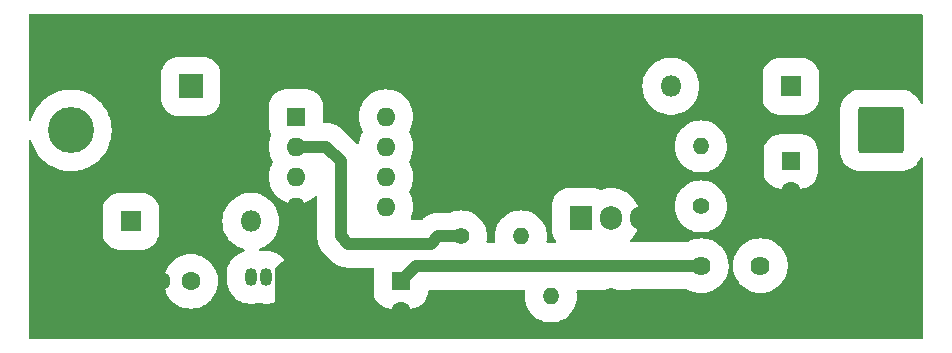
<source format=gbl>
%TF.GenerationSoftware,KiCad,Pcbnew,(6.0.1)*%
%TF.CreationDate,2022-12-28T21:20:27+01:00*%
%TF.ProjectId,nixie_power_supply,6e697869-655f-4706-9f77-65725f737570,rev?*%
%TF.SameCoordinates,Original*%
%TF.FileFunction,Copper,L2,Bot*%
%TF.FilePolarity,Positive*%
%FSLAX46Y46*%
G04 Gerber Fmt 4.6, Leading zero omitted, Abs format (unit mm)*
G04 Created by KiCad (PCBNEW (6.0.1)) date 2022-12-28 21:20:27*
%MOMM*%
%LPD*%
G01*
G04 APERTURE LIST*
G04 Aperture macros list*
%AMRoundRect*
0 Rectangle with rounded corners*
0 $1 Rounding radius*
0 $2 $3 $4 $5 $6 $7 $8 $9 X,Y pos of 4 corners*
0 Add a 4 corners polygon primitive as box body*
4,1,4,$2,$3,$4,$5,$6,$7,$8,$9,$2,$3,0*
0 Add four circle primitives for the rounded corners*
1,1,$1+$1,$2,$3*
1,1,$1+$1,$4,$5*
1,1,$1+$1,$6,$7*
1,1,$1+$1,$8,$9*
0 Add four rect primitives between the rounded corners*
20,1,$1+$1,$2,$3,$4,$5,0*
20,1,$1+$1,$4,$5,$6,$7,0*
20,1,$1+$1,$6,$7,$8,$9,0*
20,1,$1+$1,$8,$9,$2,$3,0*%
G04 Aperture macros list end*
%TA.AperFunction,ComponentPad*%
%ADD10R,1.600000X1.600000*%
%TD*%
%TA.AperFunction,ComponentPad*%
%ADD11O,1.600000X1.600000*%
%TD*%
%TA.AperFunction,ComponentPad*%
%ADD12C,1.620000*%
%TD*%
%TA.AperFunction,ComponentPad*%
%ADD13C,1.400000*%
%TD*%
%TA.AperFunction,ComponentPad*%
%ADD14O,1.400000X1.400000*%
%TD*%
%TA.AperFunction,ComponentPad*%
%ADD15R,1.050000X1.500000*%
%TD*%
%TA.AperFunction,ComponentPad*%
%ADD16O,1.050000X1.500000*%
%TD*%
%TA.AperFunction,ComponentPad*%
%ADD17R,1.905000X2.000000*%
%TD*%
%TA.AperFunction,ComponentPad*%
%ADD18O,1.905000X2.000000*%
%TD*%
%TA.AperFunction,ComponentPad*%
%ADD19RoundRect,0.250002X-1.699998X1.699998X-1.699998X-1.699998X1.699998X-1.699998X1.699998X1.699998X0*%
%TD*%
%TA.AperFunction,ComponentPad*%
%ADD20C,3.900000*%
%TD*%
%TA.AperFunction,ComponentPad*%
%ADD21RoundRect,0.250002X1.699998X-1.699998X1.699998X1.699998X-1.699998X1.699998X-1.699998X-1.699998X0*%
%TD*%
%TA.AperFunction,ComponentPad*%
%ADD22R,1.800000X1.800000*%
%TD*%
%TA.AperFunction,ComponentPad*%
%ADD23O,1.800000X1.800000*%
%TD*%
%TA.AperFunction,ComponentPad*%
%ADD24C,1.600000*%
%TD*%
%TA.AperFunction,ComponentPad*%
%ADD25R,2.000000X2.000000*%
%TD*%
%TA.AperFunction,ComponentPad*%
%ADD26C,2.000000*%
%TD*%
%TA.AperFunction,Conductor*%
%ADD27C,1.000000*%
%TD*%
G04 APERTURE END LIST*
D10*
%TO.P,U1,1,SwC*%
%TO.N,+9V*%
X110500000Y-71130000D03*
D11*
%TO.P,U1,2,SwE*%
%TO.N,Net-(R2-Pad1)*%
X110500000Y-73670000D03*
%TO.P,U1,3,TC*%
%TO.N,Net-(D1-Pad2)*%
X110500000Y-76210000D03*
%TO.P,U1,4,GND*%
%TO.N,GND*%
X110500000Y-78750000D03*
%TO.P,U1,5,Vfb*%
%TO.N,FB*%
X118120000Y-78750000D03*
%TO.P,U1,6,Vin*%
%TO.N,+9V*%
X118120000Y-76210000D03*
%TO.P,U1,7,Ipk*%
%TO.N,Net-(L1-Pad1)*%
X118120000Y-73670000D03*
%TO.P,U1,8,DC*%
%TO.N,+9V*%
X118120000Y-71130000D03*
%TD*%
D12*
%TO.P,RV1,1,1*%
%TO.N,unconnected-(RV1-Pad1)*%
X149820000Y-83765000D03*
%TO.P,RV1,2,2*%
%TO.N,GND*%
X147320000Y-86265000D03*
%TO.P,RV1,3,3*%
%TO.N,FB*%
X144820000Y-83765000D03*
%TD*%
D13*
%TO.P,R5,1*%
%TO.N,FB*%
X144780000Y-78740000D03*
D14*
%TO.P,R5,2*%
%TO.N,VDD*%
X144780000Y-73660000D03*
%TD*%
D13*
%TO.P,R3,1*%
%TO.N,GND*%
X137160000Y-86360000D03*
D14*
%TO.P,R3,2*%
%TO.N,Net-(Q1-Pad1)*%
X132080000Y-86360000D03*
%TD*%
D13*
%TO.P,R2,1*%
%TO.N,Net-(R2-Pad1)*%
X124460000Y-81280000D03*
D14*
%TO.P,R2,2*%
%TO.N,Net-(Q1-Pad1)*%
X129540000Y-81280000D03*
%TD*%
D15*
%TO.P,Q2,1,C*%
%TO.N,GND*%
X109220000Y-84730000D03*
D16*
%TO.P,Q2,2,B*%
%TO.N,Net-(D1-Pad2)*%
X107950000Y-84730000D03*
%TO.P,Q2,3,E*%
%TO.N,Net-(D1-Pad1)*%
X106680000Y-84730000D03*
%TD*%
D17*
%TO.P,Q1,1,B*%
%TO.N,Net-(Q1-Pad1)*%
X134620000Y-79685000D03*
D18*
%TO.P,Q1,2,C*%
%TO.N,Net-(D2-Pad2)*%
X137160000Y-79685000D03*
%TO.P,Q1,3,E*%
%TO.N,GND*%
X139700000Y-79685000D03*
%TD*%
D19*
%TO.P,J2,1,Pin_1*%
%TO.N,VDD*%
X160020000Y-72300000D03*
D20*
%TO.P,J2,2,Pin_2*%
%TO.N,GND*%
X160020000Y-80100000D03*
%TD*%
D21*
%TO.P,J1,1,Pin_1*%
%TO.N,GND*%
X91440000Y-80100000D03*
D20*
%TO.P,J1,2,Pin_2*%
%TO.N,+9V*%
X91440000Y-72300000D03*
%TD*%
D22*
%TO.P,D2,1,K*%
%TO.N,VDD*%
X152400000Y-68580000D03*
D23*
%TO.P,D2,2,A*%
%TO.N,Net-(D2-Pad2)*%
X142240000Y-68580000D03*
%TD*%
D22*
%TO.P,D1,1,K*%
%TO.N,Net-(D1-Pad1)*%
X96520000Y-80010000D03*
D23*
%TO.P,D1,2,A*%
%TO.N,Net-(D1-Pad2)*%
X106680000Y-80010000D03*
%TD*%
D10*
%TO.P,C4,1*%
%TO.N,FB*%
X119380000Y-85090000D03*
D24*
%TO.P,C4,2*%
%TO.N,GND*%
X119380000Y-87590000D03*
%TD*%
D10*
%TO.P,C3,1*%
%TO.N,VDD*%
X152400000Y-74930000D03*
D24*
%TO.P,C3,2*%
%TO.N,GND*%
X152400000Y-77430000D03*
%TD*%
%TO.P,C2,1*%
%TO.N,Net-(D1-Pad1)*%
X101600000Y-85090000D03*
%TO.P,C2,2*%
%TO.N,GND*%
X99100000Y-85090000D03*
%TD*%
D25*
%TO.P,C1,1*%
%TO.N,+9V*%
X101600000Y-68580000D03*
D26*
%TO.P,C1,2*%
%TO.N,GND*%
X101600000Y-72380000D03*
%TD*%
D27*
%TO.N,FB*%
X138485000Y-83765000D02*
X144820000Y-83765000D01*
X138430000Y-83820000D02*
X138485000Y-83765000D01*
X120650000Y-83820000D02*
X138430000Y-83820000D01*
X119380000Y-85090000D02*
X120650000Y-83820000D01*
%TO.N,Net-(R2-Pad1)*%
X122555000Y-81280000D02*
X124460000Y-81280000D01*
X114935000Y-81915000D02*
X121920000Y-81915000D01*
X121920000Y-81915000D02*
X122555000Y-81280000D01*
X114300000Y-81280000D02*
X114935000Y-81915000D01*
X113040000Y-73670000D02*
X114300000Y-74930000D01*
X110500000Y-73670000D02*
X113040000Y-73670000D01*
X114300000Y-74930000D02*
X114300000Y-81280000D01*
%TD*%
%TA.AperFunction,Conductor*%
%TO.N,GND*%
G36*
X163542121Y-62480002D02*
G01*
X163588614Y-62533658D01*
X163600000Y-62586000D01*
X163600000Y-69931503D01*
X163579998Y-69999624D01*
X163526342Y-70046117D01*
X163456068Y-70056221D01*
X163391488Y-70026727D01*
X163355264Y-69973667D01*
X163339163Y-69928325D01*
X163326127Y-69891615D01*
X163203779Y-69661995D01*
X163126307Y-69557488D01*
X163051614Y-69456729D01*
X163051610Y-69456724D01*
X163048835Y-69452981D01*
X163045537Y-69449688D01*
X163045532Y-69449683D01*
X162868007Y-69272468D01*
X162868005Y-69272467D01*
X162864698Y-69269165D01*
X162655414Y-69114586D01*
X162651285Y-69112395D01*
X162429707Y-68994828D01*
X162429705Y-68994827D01*
X162425581Y-68992639D01*
X162313911Y-68953204D01*
X162184658Y-68907559D01*
X162184654Y-68907558D01*
X162180248Y-68906002D01*
X162175664Y-68905115D01*
X162175660Y-68905114D01*
X162012844Y-68873614D01*
X161924803Y-68856580D01*
X161803847Y-68849500D01*
X160054903Y-68849500D01*
X158236154Y-68849501D01*
X158159733Y-68854086D01*
X158116336Y-68856689D01*
X158116334Y-68856689D01*
X158112154Y-68856940D01*
X157856797Y-68906808D01*
X157611615Y-68993873D01*
X157381995Y-69116221D01*
X157293348Y-69181936D01*
X157176729Y-69268386D01*
X157176724Y-69268390D01*
X157172981Y-69271165D01*
X157169688Y-69274463D01*
X157169683Y-69274468D01*
X157000418Y-69444029D01*
X156989165Y-69455302D01*
X156834586Y-69664586D01*
X156832396Y-69668713D01*
X156832395Y-69668715D01*
X156776575Y-69773920D01*
X156712639Y-69894419D01*
X156626002Y-70139752D01*
X156625115Y-70144336D01*
X156625114Y-70144340D01*
X156604975Y-70248434D01*
X156576580Y-70395197D01*
X156569500Y-70516153D01*
X156569501Y-74083846D01*
X156576940Y-74207846D01*
X156626808Y-74463203D01*
X156713873Y-74708385D01*
X156836221Y-74938005D01*
X156844493Y-74949163D01*
X156988386Y-75143271D01*
X156988390Y-75143276D01*
X156991165Y-75147019D01*
X156994463Y-75150312D01*
X156994468Y-75150317D01*
X157168505Y-75324050D01*
X157175302Y-75330835D01*
X157384586Y-75485414D01*
X157388713Y-75487604D01*
X157388715Y-75487605D01*
X157547030Y-75571605D01*
X157614419Y-75607361D01*
X157726089Y-75646796D01*
X157855342Y-75692441D01*
X157855346Y-75692442D01*
X157859752Y-75693998D01*
X157864336Y-75694885D01*
X157864340Y-75694886D01*
X158027156Y-75726386D01*
X158115197Y-75743420D01*
X158236153Y-75750500D01*
X159985097Y-75750500D01*
X161803846Y-75750499D01*
X161880267Y-75745914D01*
X161923664Y-75743311D01*
X161923666Y-75743311D01*
X161927846Y-75743060D01*
X162183203Y-75693192D01*
X162428385Y-75606127D01*
X162658005Y-75483779D01*
X162762512Y-75406307D01*
X162863271Y-75331614D01*
X162863276Y-75331610D01*
X162867019Y-75328835D01*
X162870312Y-75325537D01*
X162870317Y-75325532D01*
X163047532Y-75148007D01*
X163047533Y-75148005D01*
X163050835Y-75144698D01*
X163205414Y-74935414D01*
X163240123Y-74869999D01*
X163325172Y-74709707D01*
X163325173Y-74709705D01*
X163327361Y-74705581D01*
X163355191Y-74626774D01*
X163396735Y-74569201D01*
X163462810Y-74543228D01*
X163532438Y-74557101D01*
X163583512Y-74606416D01*
X163600000Y-74668730D01*
X163600000Y-89814000D01*
X163579998Y-89882121D01*
X163526342Y-89928614D01*
X163474000Y-89940000D01*
X87986000Y-89940000D01*
X87917879Y-89919998D01*
X87871386Y-89866342D01*
X87860000Y-89814000D01*
X87860000Y-85090000D01*
X99294564Y-85090000D01*
X99294834Y-85094119D01*
X99313662Y-85381380D01*
X99314287Y-85390920D01*
X99315089Y-85394953D01*
X99315090Y-85394959D01*
X99366511Y-85653467D01*
X99373120Y-85686691D01*
X99374447Y-85690600D01*
X99374448Y-85690604D01*
X99468729Y-85968346D01*
X99470055Y-85972252D01*
X99603434Y-86242718D01*
X99605728Y-86246151D01*
X99685452Y-86365466D01*
X99770975Y-86493461D01*
X99773689Y-86496555D01*
X99773693Y-86496561D01*
X99906361Y-86647839D01*
X99969811Y-86720189D01*
X99972900Y-86722898D01*
X100193439Y-86916307D01*
X100193445Y-86916311D01*
X100196539Y-86919025D01*
X100199965Y-86921314D01*
X100199970Y-86921318D01*
X100387533Y-87046643D01*
X100447282Y-87086566D01*
X100450981Y-87088390D01*
X100450986Y-87088393D01*
X100496604Y-87110889D01*
X100717748Y-87219945D01*
X100721653Y-87221271D01*
X100721654Y-87221271D01*
X100999396Y-87315552D01*
X100999400Y-87315553D01*
X101003309Y-87316880D01*
X101007353Y-87317684D01*
X101007359Y-87317686D01*
X101295041Y-87374910D01*
X101295047Y-87374911D01*
X101299080Y-87375713D01*
X101303185Y-87375982D01*
X101303192Y-87375983D01*
X101595881Y-87395166D01*
X101600000Y-87395436D01*
X101604119Y-87395166D01*
X101896808Y-87375983D01*
X101896815Y-87375982D01*
X101900920Y-87375713D01*
X101904953Y-87374911D01*
X101904959Y-87374910D01*
X102192641Y-87317686D01*
X102192647Y-87317684D01*
X102196691Y-87316880D01*
X102200600Y-87315553D01*
X102200604Y-87315552D01*
X102478346Y-87221271D01*
X102478347Y-87221271D01*
X102482252Y-87219945D01*
X102703396Y-87110889D01*
X102749014Y-87088393D01*
X102749019Y-87088390D01*
X102752718Y-87086566D01*
X102812467Y-87046643D01*
X103000030Y-86921318D01*
X103000035Y-86921314D01*
X103003461Y-86919025D01*
X103006555Y-86916311D01*
X103006561Y-86916307D01*
X103227100Y-86722898D01*
X103230189Y-86720189D01*
X103293639Y-86647839D01*
X103426307Y-86496561D01*
X103426311Y-86496555D01*
X103429025Y-86493461D01*
X103514549Y-86365466D01*
X103594272Y-86246151D01*
X103596566Y-86242718D01*
X103729945Y-85972252D01*
X103731271Y-85968346D01*
X103825552Y-85690604D01*
X103825553Y-85690600D01*
X103826880Y-85686691D01*
X103833489Y-85653467D01*
X103884910Y-85394959D01*
X103884911Y-85394953D01*
X103885713Y-85390920D01*
X103886339Y-85381380D01*
X103905166Y-85094119D01*
X103905436Y-85090000D01*
X103885713Y-84789080D01*
X103859000Y-84654782D01*
X103827686Y-84497359D01*
X103827684Y-84497353D01*
X103826880Y-84493309D01*
X103807584Y-84436463D01*
X103731271Y-84211654D01*
X103731271Y-84211653D01*
X103729945Y-84207748D01*
X103656804Y-84059432D01*
X103598393Y-83940986D01*
X103598390Y-83940981D01*
X103596566Y-83937282D01*
X103552300Y-83871033D01*
X103431318Y-83689970D01*
X103431314Y-83689965D01*
X103429025Y-83686539D01*
X103426311Y-83683445D01*
X103426307Y-83683439D01*
X103232898Y-83462900D01*
X103230189Y-83459811D01*
X103065368Y-83315266D01*
X103006561Y-83263693D01*
X103006555Y-83263689D01*
X103003461Y-83260975D01*
X103000035Y-83258686D01*
X103000030Y-83258682D01*
X102756151Y-83095728D01*
X102752718Y-83093434D01*
X102749019Y-83091610D01*
X102749014Y-83091607D01*
X102610166Y-83023135D01*
X102482252Y-82960055D01*
X102328703Y-82907932D01*
X102200604Y-82864448D01*
X102200600Y-82864447D01*
X102196691Y-82863120D01*
X102192647Y-82862316D01*
X102192641Y-82862314D01*
X101904959Y-82805090D01*
X101904953Y-82805089D01*
X101900920Y-82804287D01*
X101896815Y-82804018D01*
X101896808Y-82804017D01*
X101604119Y-82784834D01*
X101600000Y-82784564D01*
X101595881Y-82784834D01*
X101303192Y-82804017D01*
X101303185Y-82804018D01*
X101299080Y-82804287D01*
X101295047Y-82805089D01*
X101295041Y-82805090D01*
X101007359Y-82862314D01*
X101007353Y-82862316D01*
X101003309Y-82863120D01*
X100999400Y-82864447D01*
X100999396Y-82864448D01*
X100871297Y-82907932D01*
X100717748Y-82960055D01*
X100589834Y-83023135D01*
X100450986Y-83091607D01*
X100450981Y-83091610D01*
X100447282Y-83093434D01*
X100443849Y-83095728D01*
X100199970Y-83258682D01*
X100199965Y-83258686D01*
X100196539Y-83260975D01*
X100193445Y-83263689D01*
X100193439Y-83263693D01*
X100134632Y-83315266D01*
X99969811Y-83459811D01*
X99967102Y-83462900D01*
X99773693Y-83683439D01*
X99773689Y-83683445D01*
X99770975Y-83686539D01*
X99768686Y-83689965D01*
X99768682Y-83689970D01*
X99647700Y-83871033D01*
X99603434Y-83937282D01*
X99601610Y-83940981D01*
X99601607Y-83940986D01*
X99543196Y-84059432D01*
X99470055Y-84207748D01*
X99468729Y-84211653D01*
X99468729Y-84211654D01*
X99392417Y-84436463D01*
X99373120Y-84493309D01*
X99372316Y-84497353D01*
X99372314Y-84497359D01*
X99341001Y-84654782D01*
X99314287Y-84789080D01*
X99294564Y-85090000D01*
X87860000Y-85090000D01*
X87860000Y-80989532D01*
X94119500Y-80989532D01*
X94126897Y-81103920D01*
X94127864Y-81108432D01*
X94127865Y-81108437D01*
X94140024Y-81165150D01*
X94178619Y-81345179D01*
X94183535Y-81357658D01*
X94266327Y-81567839D01*
X94269049Y-81574750D01*
X94395761Y-81786469D01*
X94555350Y-81974650D01*
X94743531Y-82134239D01*
X94955250Y-82260951D01*
X94960057Y-82262844D01*
X94960060Y-82262846D01*
X95044410Y-82296072D01*
X95184821Y-82351381D01*
X95283994Y-82372642D01*
X95421563Y-82402135D01*
X95421568Y-82402136D01*
X95426080Y-82403103D01*
X95540468Y-82410500D01*
X97499532Y-82410500D01*
X97613920Y-82403103D01*
X97618432Y-82402136D01*
X97618437Y-82402135D01*
X97756006Y-82372642D01*
X97855179Y-82351381D01*
X97995590Y-82296072D01*
X98079940Y-82262846D01*
X98079943Y-82262844D01*
X98084750Y-82260951D01*
X98296469Y-82134239D01*
X98484650Y-81974650D01*
X98644239Y-81786469D01*
X98770951Y-81574750D01*
X98773674Y-81567839D01*
X98856465Y-81357658D01*
X98861381Y-81345179D01*
X98899976Y-81165150D01*
X98912135Y-81108437D01*
X98912136Y-81108432D01*
X98913103Y-81103920D01*
X98920500Y-80989532D01*
X98920500Y-80010000D01*
X104274754Y-80010000D01*
X104293720Y-80311457D01*
X104350319Y-80608160D01*
X104351546Y-80611936D01*
X104438295Y-80878920D01*
X104443659Y-80895430D01*
X104445346Y-80899016D01*
X104445348Y-80899020D01*
X104570579Y-81165150D01*
X104570583Y-81165157D01*
X104572267Y-81168736D01*
X104734115Y-81423768D01*
X104736634Y-81426814D01*
X104736637Y-81426817D01*
X104772490Y-81470155D01*
X104926651Y-81656504D01*
X105146838Y-81863274D01*
X105150040Y-81865601D01*
X105150042Y-81865602D01*
X105235959Y-81928024D01*
X105391205Y-82040816D01*
X105394674Y-82042723D01*
X105394677Y-82042725D01*
X105565976Y-82136898D01*
X105655896Y-82186332D01*
X105659565Y-82187785D01*
X105659570Y-82187787D01*
X105877578Y-82274102D01*
X105936738Y-82297525D01*
X105940553Y-82298505D01*
X105940573Y-82298511D01*
X106065494Y-82330585D01*
X106126500Y-82366899D01*
X106158189Y-82430431D01*
X106150499Y-82501010D01*
X106105872Y-82556228D01*
X106073096Y-82572458D01*
X105919382Y-82622403D01*
X105915429Y-82624331D01*
X105915424Y-82624333D01*
X105804583Y-82678394D01*
X105664777Y-82746582D01*
X105661137Y-82749038D01*
X105661134Y-82749039D01*
X105433575Y-82902530D01*
X105433571Y-82902533D01*
X105429933Y-82904987D01*
X105426664Y-82907931D01*
X105426662Y-82907932D01*
X105366748Y-82961879D01*
X105219419Y-83094534D01*
X105216590Y-83097906D01*
X105040163Y-83308163D01*
X105040159Y-83308168D01*
X105037335Y-83311534D01*
X105035003Y-83315266D01*
X104940260Y-83466887D01*
X104887223Y-83551763D01*
X104772005Y-83810547D01*
X104693924Y-84082847D01*
X104693313Y-84087197D01*
X104693312Y-84087200D01*
X104678757Y-84190763D01*
X104654500Y-84363363D01*
X104654500Y-85025732D01*
X104654653Y-85027918D01*
X104654653Y-85027922D01*
X104659151Y-85092240D01*
X104669314Y-85237583D01*
X104728210Y-85514667D01*
X104729713Y-85518796D01*
X104729714Y-85518800D01*
X104821898Y-85772072D01*
X104825095Y-85780857D01*
X104958084Y-86030972D01*
X104960670Y-86034531D01*
X104960671Y-86034533D01*
X105109235Y-86239014D01*
X105124588Y-86260146D01*
X105127644Y-86263310D01*
X105127646Y-86263313D01*
X105226295Y-86365466D01*
X105321366Y-86463915D01*
X105544589Y-86638316D01*
X105670414Y-86710961D01*
X105786091Y-86777748D01*
X105786096Y-86777751D01*
X105789911Y-86779953D01*
X105793995Y-86781603D01*
X105794001Y-86781606D01*
X105927808Y-86835667D01*
X106052558Y-86886069D01*
X106056827Y-86887133D01*
X106056829Y-86887134D01*
X106079727Y-86892843D01*
X106327417Y-86954599D01*
X106331785Y-86955058D01*
X106331790Y-86955059D01*
X106604769Y-86983750D01*
X106604772Y-86983750D01*
X106609138Y-86984209D01*
X106613526Y-86984056D01*
X106613532Y-86984056D01*
X106887842Y-86974477D01*
X106887848Y-86974476D01*
X106892239Y-86974323D01*
X106896562Y-86973561D01*
X106896569Y-86973560D01*
X107073433Y-86942374D01*
X107171209Y-86925133D01*
X107175380Y-86923778D01*
X107175387Y-86923776D01*
X107270587Y-86892843D01*
X107340005Y-86890419D01*
X107597417Y-86954599D01*
X107601785Y-86955058D01*
X107601790Y-86955059D01*
X107874769Y-86983750D01*
X107874772Y-86983750D01*
X107879138Y-86984209D01*
X107883526Y-86984056D01*
X107883532Y-86984056D01*
X108157842Y-86974477D01*
X108157848Y-86974476D01*
X108162239Y-86974323D01*
X108166562Y-86973561D01*
X108166569Y-86973560D01*
X108343433Y-86942374D01*
X108441209Y-86925133D01*
X108445380Y-86923778D01*
X108445387Y-86923776D01*
X108706429Y-86838958D01*
X108706428Y-86838958D01*
X108710618Y-86837597D01*
X108712000Y-86836923D01*
X108712000Y-86944200D01*
X111887000Y-86817200D01*
X110032800Y-82880200D01*
X109558267Y-83272602D01*
X109508001Y-83203417D01*
X109507998Y-83203414D01*
X109505412Y-83199854D01*
X109502354Y-83196687D01*
X109311688Y-82999247D01*
X109311684Y-82999244D01*
X109308634Y-82996085D01*
X109085411Y-82821684D01*
X108951991Y-82744654D01*
X108843909Y-82682252D01*
X108843904Y-82682249D01*
X108840089Y-82680047D01*
X108836005Y-82678397D01*
X108835999Y-82678394D01*
X108591315Y-82579536D01*
X108577442Y-82573931D01*
X108571539Y-82572459D01*
X108334918Y-82513463D01*
X108302583Y-82505401D01*
X108298215Y-82504942D01*
X108298210Y-82504941D01*
X108025231Y-82476250D01*
X108025228Y-82476250D01*
X108020862Y-82475791D01*
X108016474Y-82475944D01*
X108016468Y-82475944D01*
X107742158Y-82485523D01*
X107742152Y-82485524D01*
X107737761Y-82485677D01*
X107733438Y-82486439D01*
X107733431Y-82486440D01*
X107535552Y-82521332D01*
X107464993Y-82513463D01*
X107409889Y-82468696D01*
X107387735Y-82401244D01*
X107405566Y-82332523D01*
X107457720Y-82284351D01*
X107467288Y-82280094D01*
X107700430Y-82187787D01*
X107700435Y-82187785D01*
X107704104Y-82186332D01*
X107794024Y-82136898D01*
X107965323Y-82042725D01*
X107965326Y-82042723D01*
X107968795Y-82040816D01*
X108124041Y-81928024D01*
X108209958Y-81865602D01*
X108209960Y-81865601D01*
X108213162Y-81863274D01*
X108433349Y-81656504D01*
X108587510Y-81470155D01*
X108623363Y-81426817D01*
X108623366Y-81426814D01*
X108625885Y-81423768D01*
X108787733Y-81168736D01*
X108789417Y-81165157D01*
X108789421Y-81165150D01*
X108914652Y-80899020D01*
X108914654Y-80899016D01*
X108916341Y-80895430D01*
X108921706Y-80878920D01*
X109008454Y-80611936D01*
X109009681Y-80608160D01*
X109066280Y-80311457D01*
X109085246Y-80010000D01*
X109066280Y-79708543D01*
X109009681Y-79411840D01*
X108916341Y-79124570D01*
X108902167Y-79094448D01*
X108789421Y-78854850D01*
X108789417Y-78854843D01*
X108787733Y-78851264D01*
X108625885Y-78596232D01*
X108433349Y-78363496D01*
X108213162Y-78156726D01*
X108019210Y-78015812D01*
X107971998Y-77981511D01*
X107971997Y-77981510D01*
X107968795Y-77979184D01*
X107951719Y-77969796D01*
X107707573Y-77835575D01*
X107707572Y-77835574D01*
X107704104Y-77833668D01*
X107700435Y-77832215D01*
X107700430Y-77832213D01*
X107426932Y-77723928D01*
X107426931Y-77723928D01*
X107423262Y-77722475D01*
X107130698Y-77647358D01*
X106831027Y-77609500D01*
X106528973Y-77609500D01*
X106229302Y-77647358D01*
X105936738Y-77722475D01*
X105933069Y-77723928D01*
X105933068Y-77723928D01*
X105659570Y-77832213D01*
X105659565Y-77832215D01*
X105655896Y-77833668D01*
X105652428Y-77835574D01*
X105652427Y-77835575D01*
X105408282Y-77969796D01*
X105391205Y-77979184D01*
X105388003Y-77981510D01*
X105388002Y-77981511D01*
X105340791Y-78015812D01*
X105146838Y-78156726D01*
X104926651Y-78363496D01*
X104734115Y-78596232D01*
X104572267Y-78851264D01*
X104570583Y-78854843D01*
X104570579Y-78854850D01*
X104457833Y-79094448D01*
X104443659Y-79124570D01*
X104350319Y-79411840D01*
X104293720Y-79708543D01*
X104274754Y-80010000D01*
X98920500Y-80010000D01*
X98920500Y-79030468D01*
X98913103Y-78916080D01*
X98861381Y-78674821D01*
X98787225Y-78486563D01*
X98772846Y-78450060D01*
X98772844Y-78450057D01*
X98770951Y-78445250D01*
X98644239Y-78233531D01*
X98484650Y-78045350D01*
X98296469Y-77885761D01*
X98084750Y-77759049D01*
X98079943Y-77757156D01*
X98079940Y-77757154D01*
X97964069Y-77711512D01*
X97855179Y-77668619D01*
X97709506Y-77637389D01*
X97618437Y-77617865D01*
X97618432Y-77617864D01*
X97613920Y-77616897D01*
X97499532Y-77609500D01*
X95540468Y-77609500D01*
X95426080Y-77616897D01*
X95421568Y-77617864D01*
X95421563Y-77617865D01*
X95330494Y-77637389D01*
X95184821Y-77668619D01*
X95075931Y-77711512D01*
X94960060Y-77757154D01*
X94960057Y-77757156D01*
X94955250Y-77759049D01*
X94743531Y-77885761D01*
X94555350Y-78045350D01*
X94395761Y-78233531D01*
X94269049Y-78445250D01*
X94267156Y-78450057D01*
X94267154Y-78450060D01*
X94252775Y-78486563D01*
X94178619Y-78674821D01*
X94126897Y-78916080D01*
X94119500Y-79030468D01*
X94119500Y-80989532D01*
X87860000Y-80989532D01*
X87860000Y-76210000D01*
X108194564Y-76210000D01*
X108194834Y-76214119D01*
X108206358Y-76389940D01*
X108214287Y-76510920D01*
X108215089Y-76514953D01*
X108215090Y-76514959D01*
X108272314Y-76802641D01*
X108273120Y-76806691D01*
X108274447Y-76810600D01*
X108274448Y-76810604D01*
X108335508Y-76990480D01*
X108370055Y-77092252D01*
X108419672Y-77192865D01*
X108490606Y-77336705D01*
X108503434Y-77362718D01*
X108505726Y-77366148D01*
X108505728Y-77366151D01*
X108668417Y-77609632D01*
X108670975Y-77613461D01*
X108673689Y-77616555D01*
X108673693Y-77616561D01*
X108845945Y-77812975D01*
X108869811Y-77840189D01*
X108872900Y-77842898D01*
X109093439Y-78036307D01*
X109093445Y-78036311D01*
X109096539Y-78039025D01*
X109099965Y-78041314D01*
X109099970Y-78041318D01*
X109261721Y-78149396D01*
X109347282Y-78206566D01*
X109350981Y-78208390D01*
X109350986Y-78208393D01*
X109445233Y-78254870D01*
X109617748Y-78339945D01*
X109621653Y-78341271D01*
X109621654Y-78341271D01*
X109899396Y-78435552D01*
X109899400Y-78435553D01*
X109903309Y-78436880D01*
X109907353Y-78437684D01*
X109907359Y-78437686D01*
X110195041Y-78494910D01*
X110195047Y-78494911D01*
X110199080Y-78495713D01*
X110203185Y-78495982D01*
X110203192Y-78495983D01*
X110495881Y-78515166D01*
X110500000Y-78515436D01*
X110504119Y-78515166D01*
X110796808Y-78495983D01*
X110796815Y-78495982D01*
X110800920Y-78495713D01*
X110804953Y-78494911D01*
X110804959Y-78494910D01*
X111092641Y-78437686D01*
X111092647Y-78437684D01*
X111096691Y-78436880D01*
X111100600Y-78435553D01*
X111100604Y-78435552D01*
X111378346Y-78341271D01*
X111378347Y-78341271D01*
X111382252Y-78339945D01*
X111554767Y-78254870D01*
X111649014Y-78208393D01*
X111649019Y-78208390D01*
X111652718Y-78206566D01*
X111738279Y-78149396D01*
X111900030Y-78041318D01*
X111900035Y-78041314D01*
X111903461Y-78039025D01*
X111906555Y-78036311D01*
X111906561Y-78036307D01*
X112090422Y-77875064D01*
X112154826Y-77845187D01*
X112225159Y-77854873D01*
X112279091Y-77901046D01*
X112299500Y-77969796D01*
X112299500Y-81250625D01*
X112299465Y-81253594D01*
X112296616Y-81374477D01*
X112297139Y-81378893D01*
X112307378Y-81465403D01*
X112307935Y-81471308D01*
X112314399Y-81562593D01*
X112323106Y-81603033D01*
X112325052Y-81614723D01*
X112329915Y-81655814D01*
X112331055Y-81660114D01*
X112331057Y-81660124D01*
X112353374Y-81744291D01*
X112354760Y-81750064D01*
X112355071Y-81751506D01*
X112374025Y-81839547D01*
X112375565Y-81843721D01*
X112388342Y-81878355D01*
X112391921Y-81889671D01*
X112402522Y-81929652D01*
X112438218Y-82013950D01*
X112440395Y-82019450D01*
X112472080Y-82105337D01*
X112487675Y-82134239D01*
X112491721Y-82141737D01*
X112496860Y-82152439D01*
X112511212Y-82186332D01*
X112512988Y-82190527D01*
X112515284Y-82194340D01*
X112560199Y-82268943D01*
X112563141Y-82274102D01*
X112594663Y-82332523D01*
X112606607Y-82354660D01*
X112609259Y-82358251D01*
X112609260Y-82358252D01*
X112631187Y-82387939D01*
X112637779Y-82397805D01*
X112659111Y-82433236D01*
X112701679Y-82485523D01*
X112716892Y-82504210D01*
X112720530Y-82508900D01*
X112774922Y-82582540D01*
X112778043Y-82585711D01*
X112778047Y-82585715D01*
X112803942Y-82612019D01*
X112808189Y-82616762D01*
X112808260Y-82616698D01*
X112810417Y-82619087D01*
X112812452Y-82621587D01*
X112870370Y-82679505D01*
X112871067Y-82680207D01*
X112970533Y-82781248D01*
X112970537Y-82781252D01*
X112973666Y-82784430D01*
X112977211Y-82787135D01*
X112980556Y-82790084D01*
X112980381Y-82790282D01*
X112986511Y-82795645D01*
X113499645Y-83308779D01*
X113501720Y-83310903D01*
X113585199Y-83398412D01*
X113588695Y-83401168D01*
X113657093Y-83455089D01*
X113661667Y-83458873D01*
X113707761Y-83498871D01*
X113730792Y-83518856D01*
X113765543Y-83541294D01*
X113775195Y-83548192D01*
X113784812Y-83555773D01*
X113807680Y-83573801D01*
X113811520Y-83576031D01*
X113811537Y-83576043D01*
X113886822Y-83619772D01*
X113891883Y-83622873D01*
X113965040Y-83670110D01*
X113965054Y-83670118D01*
X113968790Y-83672530D01*
X113972830Y-83674392D01*
X113972842Y-83674399D01*
X114006363Y-83689852D01*
X114016897Y-83695324D01*
X114048800Y-83713855D01*
X114048807Y-83713858D01*
X114052654Y-83716093D01*
X114056782Y-83717765D01*
X114137474Y-83750448D01*
X114142920Y-83752804D01*
X114226067Y-83791136D01*
X114230335Y-83792412D01*
X114230334Y-83792412D01*
X114265692Y-83802986D01*
X114276893Y-83806919D01*
X114285850Y-83810547D01*
X114315232Y-83822448D01*
X114379318Y-83838367D01*
X114404053Y-83844511D01*
X114409781Y-83846078D01*
X114497490Y-83872309D01*
X114501887Y-83872970D01*
X114501891Y-83872971D01*
X114538402Y-83878460D01*
X114550044Y-83880776D01*
X114590177Y-83890745D01*
X114626557Y-83894473D01*
X114681222Y-83900074D01*
X114687110Y-83900818D01*
X114730067Y-83907276D01*
X114777642Y-83914428D01*
X114819016Y-83914753D01*
X114825372Y-83915104D01*
X114825377Y-83915009D01*
X114828603Y-83915174D01*
X114831790Y-83915500D01*
X114913650Y-83915500D01*
X114914640Y-83915504D01*
X115056473Y-83916618D01*
X115060933Y-83916653D01*
X115065349Y-83916060D01*
X115069800Y-83915780D01*
X115069817Y-83916044D01*
X115077945Y-83915500D01*
X116969735Y-83915500D01*
X117037856Y-83935502D01*
X117084349Y-83989158D01*
X117094453Y-84059432D01*
X117092935Y-84067913D01*
X117087867Y-84091553D01*
X117087866Y-84091560D01*
X117086897Y-84096080D01*
X117079500Y-84210468D01*
X117079500Y-85969532D01*
X117086897Y-86083920D01*
X117087864Y-86088432D01*
X117087865Y-86088437D01*
X117101457Y-86151837D01*
X117138619Y-86325179D01*
X117229049Y-86554750D01*
X117355761Y-86766469D01*
X117515350Y-86954650D01*
X117703531Y-87114239D01*
X117915250Y-87240951D01*
X117920057Y-87242844D01*
X117920060Y-87242846D01*
X118035931Y-87288488D01*
X118144821Y-87331381D01*
X118273317Y-87358929D01*
X118381563Y-87382135D01*
X118381568Y-87382136D01*
X118386080Y-87383103D01*
X118500468Y-87390500D01*
X120259532Y-87390500D01*
X120373920Y-87383103D01*
X120378432Y-87382136D01*
X120378437Y-87382135D01*
X120486683Y-87358929D01*
X120615179Y-87331381D01*
X120724069Y-87288488D01*
X120839940Y-87242846D01*
X120839943Y-87242844D01*
X120844750Y-87240951D01*
X121056469Y-87114239D01*
X121244650Y-86954650D01*
X121404239Y-86766469D01*
X121530951Y-86554750D01*
X121621381Y-86325179D01*
X121658543Y-86151837D01*
X121672135Y-86088437D01*
X121672136Y-86088432D01*
X121673103Y-86083920D01*
X121680500Y-85969532D01*
X121680500Y-85946500D01*
X121700502Y-85878379D01*
X121754158Y-85831886D01*
X121806500Y-85820500D01*
X129790171Y-85820500D01*
X129858292Y-85840502D01*
X129904785Y-85894158D01*
X129913750Y-85971081D01*
X129893644Y-86072161D01*
X129893375Y-86076272D01*
X129893374Y-86076276D01*
X129888422Y-86151837D01*
X129874778Y-86360000D01*
X129876563Y-86387238D01*
X129887543Y-86554750D01*
X129893644Y-86647839D01*
X129894448Y-86651879D01*
X129894448Y-86651882D01*
X129948953Y-86925895D01*
X129949919Y-86930753D01*
X129951245Y-86934659D01*
X129951246Y-86934663D01*
X130003431Y-87088393D01*
X130042641Y-87203902D01*
X130044462Y-87207595D01*
X130044463Y-87207597D01*
X130134596Y-87390368D01*
X130170222Y-87462611D01*
X130330480Y-87702454D01*
X130333194Y-87705548D01*
X130333198Y-87705554D01*
X130517964Y-87916238D01*
X130520673Y-87919327D01*
X130523762Y-87922036D01*
X130734446Y-88106802D01*
X130734452Y-88106806D01*
X130737546Y-88109520D01*
X130740972Y-88111809D01*
X130740977Y-88111813D01*
X130920567Y-88231811D01*
X130977389Y-88269778D01*
X130981088Y-88271602D01*
X130981093Y-88271605D01*
X131232403Y-88395537D01*
X131236098Y-88397359D01*
X131239996Y-88398682D01*
X131239998Y-88398683D01*
X131505337Y-88488754D01*
X131505341Y-88488755D01*
X131509247Y-88490081D01*
X131513291Y-88490885D01*
X131513297Y-88490887D01*
X131788118Y-88545552D01*
X131788121Y-88545552D01*
X131792161Y-88546356D01*
X131796272Y-88546625D01*
X131796276Y-88546626D01*
X132075881Y-88564952D01*
X132080000Y-88565222D01*
X132084119Y-88564952D01*
X132363724Y-88546626D01*
X132363728Y-88546625D01*
X132367839Y-88546356D01*
X132371879Y-88545552D01*
X132371882Y-88545552D01*
X132646703Y-88490887D01*
X132646709Y-88490885D01*
X132650753Y-88490081D01*
X132654659Y-88488755D01*
X132654663Y-88488754D01*
X132920002Y-88398683D01*
X132920004Y-88398682D01*
X132923902Y-88397359D01*
X132927597Y-88395537D01*
X133178907Y-88271605D01*
X133178912Y-88271602D01*
X133182611Y-88269778D01*
X133239433Y-88231811D01*
X133419023Y-88111813D01*
X133419028Y-88111809D01*
X133422454Y-88109520D01*
X133425548Y-88106806D01*
X133425554Y-88106802D01*
X133636238Y-87922036D01*
X133639327Y-87919327D01*
X133642036Y-87916238D01*
X133826802Y-87705554D01*
X133826806Y-87705548D01*
X133829520Y-87702454D01*
X133989778Y-87462611D01*
X134025405Y-87390368D01*
X134115537Y-87207597D01*
X134115538Y-87207595D01*
X134117359Y-87203902D01*
X134156569Y-87088393D01*
X134208754Y-86934663D01*
X134208755Y-86934659D01*
X134210081Y-86930753D01*
X134211048Y-86925895D01*
X134265552Y-86651882D01*
X134265552Y-86651879D01*
X134266356Y-86647839D01*
X134272458Y-86554750D01*
X134283437Y-86387238D01*
X134285222Y-86360000D01*
X134271578Y-86151837D01*
X134266626Y-86076276D01*
X134266625Y-86076272D01*
X134266356Y-86072161D01*
X134246250Y-85971081D01*
X134252578Y-85900367D01*
X134296133Y-85844300D01*
X134369829Y-85820500D01*
X138400625Y-85820500D01*
X138403594Y-85820535D01*
X138524477Y-85823384D01*
X138615409Y-85812621D01*
X138621308Y-85812065D01*
X138712593Y-85805601D01*
X138753033Y-85796894D01*
X138764723Y-85794948D01*
X138788272Y-85792161D01*
X138801388Y-85790609D01*
X138801390Y-85790609D01*
X138805814Y-85790085D01*
X138882666Y-85769708D01*
X138914959Y-85765500D01*
X143623270Y-85765500D01*
X143678998Y-85778494D01*
X143913542Y-85894158D01*
X143933913Y-85904204D01*
X143937811Y-85905527D01*
X143937813Y-85905528D01*
X144216805Y-86000234D01*
X144216809Y-86000235D01*
X144220715Y-86001561D01*
X144224759Y-86002365D01*
X144224765Y-86002367D01*
X144513729Y-86059845D01*
X144513732Y-86059845D01*
X144517772Y-86060649D01*
X144521883Y-86060918D01*
X144521887Y-86060919D01*
X144815881Y-86080188D01*
X144820000Y-86080458D01*
X144824119Y-86080188D01*
X145118113Y-86060919D01*
X145118117Y-86060918D01*
X145122228Y-86060649D01*
X145126268Y-86059845D01*
X145126271Y-86059845D01*
X145415235Y-86002367D01*
X145415241Y-86002365D01*
X145419285Y-86001561D01*
X145423191Y-86000235D01*
X145423195Y-86000234D01*
X145702187Y-85905528D01*
X145702189Y-85905527D01*
X145706087Y-85904204D01*
X145713868Y-85900367D01*
X145974025Y-85772072D01*
X145974030Y-85772069D01*
X145977729Y-85770245D01*
X146229562Y-85601976D01*
X146232656Y-85599262D01*
X146232662Y-85599258D01*
X146454187Y-85404985D01*
X146457276Y-85402276D01*
X146605554Y-85233198D01*
X146654258Y-85177662D01*
X146654262Y-85177656D01*
X146656976Y-85174562D01*
X146825245Y-84922729D01*
X146891154Y-84789080D01*
X146957382Y-84654782D01*
X146957383Y-84654780D01*
X146959204Y-84651087D01*
X147056561Y-84364285D01*
X147110811Y-84091553D01*
X147114845Y-84071271D01*
X147114845Y-84071268D01*
X147115649Y-84067228D01*
X147123639Y-83945333D01*
X147135188Y-83769119D01*
X147135458Y-83765000D01*
X147504542Y-83765000D01*
X147504812Y-83769119D01*
X147516362Y-83945333D01*
X147524351Y-84067228D01*
X147525155Y-84071268D01*
X147525155Y-84071271D01*
X147529190Y-84091553D01*
X147583439Y-84364285D01*
X147680796Y-84651087D01*
X147682617Y-84654780D01*
X147682618Y-84654782D01*
X147748847Y-84789080D01*
X147814755Y-84922729D01*
X147983024Y-85174562D01*
X147985738Y-85177656D01*
X147985742Y-85177662D01*
X148034446Y-85233198D01*
X148182724Y-85402276D01*
X148185813Y-85404985D01*
X148407338Y-85599258D01*
X148407344Y-85599262D01*
X148410438Y-85601976D01*
X148662271Y-85770245D01*
X148665970Y-85772069D01*
X148665975Y-85772072D01*
X148926132Y-85900367D01*
X148933913Y-85904204D01*
X148937811Y-85905527D01*
X148937813Y-85905528D01*
X149216805Y-86000234D01*
X149216809Y-86000235D01*
X149220715Y-86001561D01*
X149224759Y-86002365D01*
X149224765Y-86002367D01*
X149513729Y-86059845D01*
X149513732Y-86059845D01*
X149517772Y-86060649D01*
X149521883Y-86060918D01*
X149521887Y-86060919D01*
X149815881Y-86080188D01*
X149820000Y-86080458D01*
X149824119Y-86080188D01*
X150118113Y-86060919D01*
X150118117Y-86060918D01*
X150122228Y-86060649D01*
X150126268Y-86059845D01*
X150126271Y-86059845D01*
X150415235Y-86002367D01*
X150415241Y-86002365D01*
X150419285Y-86001561D01*
X150423191Y-86000235D01*
X150423195Y-86000234D01*
X150702187Y-85905528D01*
X150702189Y-85905527D01*
X150706087Y-85904204D01*
X150713868Y-85900367D01*
X150974025Y-85772072D01*
X150974030Y-85772069D01*
X150977729Y-85770245D01*
X151229562Y-85601976D01*
X151232656Y-85599262D01*
X151232662Y-85599258D01*
X151454187Y-85404985D01*
X151457276Y-85402276D01*
X151605554Y-85233198D01*
X151654258Y-85177662D01*
X151654262Y-85177656D01*
X151656976Y-85174562D01*
X151825245Y-84922729D01*
X151891154Y-84789080D01*
X151957382Y-84654782D01*
X151957383Y-84654780D01*
X151959204Y-84651087D01*
X152056561Y-84364285D01*
X152110811Y-84091553D01*
X152114845Y-84071271D01*
X152114845Y-84071268D01*
X152115649Y-84067228D01*
X152123639Y-83945333D01*
X152135188Y-83769119D01*
X152135458Y-83765000D01*
X152129831Y-83679143D01*
X152115919Y-83466887D01*
X152115918Y-83466883D01*
X152115649Y-83462772D01*
X152108229Y-83425467D01*
X152057367Y-83169765D01*
X152057365Y-83169759D01*
X152056561Y-83165715D01*
X152032804Y-83095728D01*
X151960528Y-82882813D01*
X151960527Y-82882811D01*
X151959204Y-82878913D01*
X151922403Y-82804287D01*
X151827072Y-82610975D01*
X151827069Y-82610970D01*
X151825245Y-82607271D01*
X151656976Y-82355438D01*
X151654262Y-82352344D01*
X151654258Y-82352338D01*
X151459985Y-82130813D01*
X151457276Y-82127724D01*
X151426978Y-82101153D01*
X151232662Y-81930742D01*
X151232656Y-81930738D01*
X151229562Y-81928024D01*
X150977729Y-81759755D01*
X150974030Y-81757931D01*
X150974025Y-81757928D01*
X150709782Y-81627618D01*
X150709780Y-81627617D01*
X150706087Y-81625796D01*
X150673488Y-81614730D01*
X150423195Y-81529766D01*
X150423191Y-81529765D01*
X150419285Y-81528439D01*
X150415241Y-81527635D01*
X150415235Y-81527633D01*
X150126271Y-81470155D01*
X150126268Y-81470155D01*
X150122228Y-81469351D01*
X150118117Y-81469082D01*
X150118113Y-81469081D01*
X149824119Y-81449812D01*
X149820000Y-81449542D01*
X149815881Y-81449812D01*
X149521887Y-81469081D01*
X149521883Y-81469082D01*
X149517772Y-81469351D01*
X149513732Y-81470155D01*
X149513729Y-81470155D01*
X149224765Y-81527633D01*
X149224759Y-81527635D01*
X149220715Y-81528439D01*
X149216809Y-81529765D01*
X149216805Y-81529766D01*
X148966512Y-81614730D01*
X148933913Y-81625796D01*
X148930220Y-81627617D01*
X148930218Y-81627618D01*
X148665975Y-81757928D01*
X148665970Y-81757931D01*
X148662271Y-81759755D01*
X148410438Y-81928024D01*
X148407344Y-81930738D01*
X148407338Y-81930742D01*
X148213022Y-82101153D01*
X148182724Y-82127724D01*
X148180015Y-82130813D01*
X147985742Y-82352338D01*
X147985738Y-82352344D01*
X147983024Y-82355438D01*
X147814755Y-82607271D01*
X147812931Y-82610970D01*
X147812928Y-82610975D01*
X147717597Y-82804287D01*
X147680796Y-82878913D01*
X147679473Y-82882811D01*
X147679472Y-82882813D01*
X147607197Y-83095728D01*
X147583439Y-83165715D01*
X147582635Y-83169759D01*
X147582633Y-83169765D01*
X147531771Y-83425467D01*
X147524351Y-83462772D01*
X147524082Y-83466883D01*
X147524081Y-83466887D01*
X147510169Y-83679143D01*
X147504542Y-83765000D01*
X147135458Y-83765000D01*
X147129831Y-83679143D01*
X147115919Y-83466887D01*
X147115918Y-83466883D01*
X147115649Y-83462772D01*
X147108229Y-83425467D01*
X147057367Y-83169765D01*
X147057365Y-83169759D01*
X147056561Y-83165715D01*
X147032804Y-83095728D01*
X146960528Y-82882813D01*
X146960527Y-82882811D01*
X146959204Y-82878913D01*
X146922403Y-82804287D01*
X146827072Y-82610975D01*
X146827069Y-82610970D01*
X146825245Y-82607271D01*
X146656976Y-82355438D01*
X146654262Y-82352344D01*
X146654258Y-82352338D01*
X146459985Y-82130813D01*
X146457276Y-82127724D01*
X146426978Y-82101153D01*
X146232662Y-81930742D01*
X146232656Y-81930738D01*
X146229562Y-81928024D01*
X145977729Y-81759755D01*
X145974030Y-81757931D01*
X145974025Y-81757928D01*
X145709782Y-81627618D01*
X145709780Y-81627617D01*
X145706087Y-81625796D01*
X145673488Y-81614730D01*
X145423195Y-81529766D01*
X145423191Y-81529765D01*
X145419285Y-81528439D01*
X145415241Y-81527635D01*
X145415235Y-81527633D01*
X145126271Y-81470155D01*
X145126268Y-81470155D01*
X145122228Y-81469351D01*
X145118117Y-81469082D01*
X145118113Y-81469081D01*
X144824119Y-81449812D01*
X144820000Y-81449542D01*
X144815881Y-81449812D01*
X144521887Y-81469081D01*
X144521883Y-81469082D01*
X144517772Y-81469351D01*
X144513732Y-81470155D01*
X144513729Y-81470155D01*
X144224765Y-81527633D01*
X144224759Y-81527635D01*
X144220715Y-81528439D01*
X144216809Y-81529765D01*
X144216805Y-81529766D01*
X143966512Y-81614730D01*
X143933913Y-81625796D01*
X143930220Y-81627617D01*
X143930218Y-81627618D01*
X143678998Y-81751506D01*
X143623270Y-81764500D01*
X138901493Y-81764500D01*
X138833372Y-81744498D01*
X138786879Y-81690842D01*
X138776775Y-81620568D01*
X138806269Y-81555988D01*
X138812320Y-81549482D01*
X138890352Y-81471314D01*
X139006645Y-81354817D01*
X139197816Y-81107024D01*
X139355952Y-80836949D01*
X139357520Y-80833264D01*
X139357524Y-80833256D01*
X139476918Y-80552658D01*
X139478488Y-80548969D01*
X139563440Y-80247753D01*
X139609429Y-79938184D01*
X139613000Y-79852985D01*
X139613000Y-79558336D01*
X139601712Y-79381382D01*
X139598382Y-79329177D01*
X139598381Y-79329172D01*
X139598126Y-79325169D01*
X139597364Y-79321229D01*
X139539440Y-79021838D01*
X139539439Y-79021834D01*
X139538678Y-79017901D01*
X139447040Y-78740000D01*
X142574778Y-78740000D01*
X142575048Y-78744119D01*
X142593251Y-79021838D01*
X142593644Y-79027839D01*
X142594448Y-79031879D01*
X142594448Y-79031882D01*
X142646853Y-79295338D01*
X142649919Y-79310753D01*
X142651245Y-79314659D01*
X142651246Y-79314663D01*
X142725429Y-79533198D01*
X142742641Y-79583902D01*
X142744462Y-79587595D01*
X142744463Y-79587597D01*
X142846608Y-79794726D01*
X142870222Y-79842611D01*
X142872516Y-79846044D01*
X142982068Y-80010000D01*
X143030480Y-80082454D01*
X143033194Y-80085548D01*
X143033198Y-80085554D01*
X143110725Y-80173956D01*
X143220673Y-80299327D01*
X143223762Y-80302036D01*
X143434446Y-80486802D01*
X143434452Y-80486806D01*
X143437546Y-80489520D01*
X143440972Y-80491809D01*
X143440977Y-80491813D01*
X143609265Y-80604259D01*
X143677389Y-80649778D01*
X143681088Y-80651602D01*
X143681093Y-80651605D01*
X143910087Y-80764532D01*
X143936098Y-80777359D01*
X143939996Y-80778682D01*
X143939998Y-80778683D01*
X144205337Y-80868754D01*
X144205341Y-80868755D01*
X144209247Y-80870081D01*
X144213291Y-80870885D01*
X144213297Y-80870887D01*
X144488118Y-80925552D01*
X144488121Y-80925552D01*
X144492161Y-80926356D01*
X144496272Y-80926625D01*
X144496276Y-80926626D01*
X144775881Y-80944952D01*
X144780000Y-80945222D01*
X144784119Y-80944952D01*
X145063724Y-80926626D01*
X145063728Y-80926625D01*
X145067839Y-80926356D01*
X145071879Y-80925552D01*
X145071882Y-80925552D01*
X145346703Y-80870887D01*
X145346709Y-80870885D01*
X145350753Y-80870081D01*
X145354659Y-80868755D01*
X145354663Y-80868754D01*
X145620002Y-80778683D01*
X145620004Y-80778682D01*
X145623902Y-80777359D01*
X145649913Y-80764532D01*
X145878907Y-80651605D01*
X145878912Y-80651602D01*
X145882611Y-80649778D01*
X145950735Y-80604259D01*
X146119023Y-80491813D01*
X146119028Y-80491809D01*
X146122454Y-80489520D01*
X146125548Y-80486806D01*
X146125554Y-80486802D01*
X146336238Y-80302036D01*
X146339327Y-80299327D01*
X146449275Y-80173956D01*
X146526802Y-80085554D01*
X146526806Y-80085548D01*
X146529520Y-80082454D01*
X146577933Y-80010000D01*
X146687484Y-79846044D01*
X146689778Y-79842611D01*
X146713393Y-79794726D01*
X146815537Y-79587597D01*
X146815538Y-79587595D01*
X146817359Y-79583902D01*
X146834571Y-79533198D01*
X146908754Y-79314663D01*
X146908755Y-79314659D01*
X146910081Y-79310753D01*
X146913148Y-79295338D01*
X146965552Y-79031882D01*
X146965552Y-79031879D01*
X146966356Y-79027839D01*
X146966750Y-79021838D01*
X146984952Y-78744119D01*
X146985222Y-78740000D01*
X146969211Y-78495713D01*
X146966626Y-78456276D01*
X146966625Y-78456272D01*
X146966356Y-78452161D01*
X146965552Y-78448118D01*
X146910887Y-78173297D01*
X146910885Y-78173291D01*
X146910081Y-78169247D01*
X146905041Y-78154398D01*
X146818683Y-77899998D01*
X146818682Y-77899996D01*
X146817359Y-77896098D01*
X146815537Y-77892403D01*
X146691605Y-77641093D01*
X146691602Y-77641088D01*
X146689778Y-77637389D01*
X146584614Y-77480000D01*
X146531813Y-77400977D01*
X146531809Y-77400972D01*
X146529520Y-77397546D01*
X146526806Y-77394452D01*
X146526802Y-77394446D01*
X146342036Y-77183762D01*
X146339327Y-77180673D01*
X146326573Y-77169488D01*
X146125554Y-76993198D01*
X146125548Y-76993194D01*
X146122454Y-76990480D01*
X146119028Y-76988191D01*
X146119023Y-76988187D01*
X145886044Y-76832516D01*
X145882611Y-76830222D01*
X145878912Y-76828398D01*
X145878907Y-76828395D01*
X145627597Y-76704463D01*
X145627595Y-76704462D01*
X145623902Y-76702641D01*
X145620002Y-76701317D01*
X145354663Y-76611246D01*
X145354659Y-76611245D01*
X145350753Y-76609919D01*
X145346709Y-76609115D01*
X145346703Y-76609113D01*
X145071882Y-76554448D01*
X145071879Y-76554448D01*
X145067839Y-76553644D01*
X145063728Y-76553375D01*
X145063724Y-76553374D01*
X144784119Y-76535048D01*
X144780000Y-76534778D01*
X144775881Y-76535048D01*
X144496276Y-76553374D01*
X144496272Y-76553375D01*
X144492161Y-76553644D01*
X144488121Y-76554448D01*
X144488118Y-76554448D01*
X144213297Y-76609113D01*
X144213291Y-76609115D01*
X144209247Y-76609919D01*
X144205341Y-76611245D01*
X144205337Y-76611246D01*
X143939998Y-76701317D01*
X143936098Y-76702641D01*
X143932405Y-76704462D01*
X143932403Y-76704463D01*
X143681093Y-76828395D01*
X143681088Y-76828398D01*
X143677389Y-76830222D01*
X143673956Y-76832516D01*
X143440977Y-76988187D01*
X143440972Y-76988191D01*
X143437546Y-76990480D01*
X143434452Y-76993194D01*
X143434446Y-76993198D01*
X143233427Y-77169488D01*
X143220673Y-77180673D01*
X143217964Y-77183762D01*
X143033198Y-77394446D01*
X143033194Y-77394452D01*
X143030480Y-77397546D01*
X143028191Y-77400972D01*
X143028187Y-77400977D01*
X142975386Y-77480000D01*
X142870222Y-77637389D01*
X142868398Y-77641088D01*
X142868395Y-77641093D01*
X142744463Y-77892403D01*
X142742641Y-77896098D01*
X142741318Y-77899996D01*
X142741317Y-77899998D01*
X142654960Y-78154398D01*
X142649919Y-78169247D01*
X142649115Y-78173291D01*
X142649113Y-78173297D01*
X142594448Y-78448118D01*
X142593644Y-78452161D01*
X142593375Y-78456272D01*
X142593374Y-78456276D01*
X142590789Y-78495713D01*
X142574778Y-78740000D01*
X139447040Y-78740000D01*
X139440668Y-78720677D01*
X139305686Y-78438317D01*
X139259346Y-78366548D01*
X139138095Y-78178764D01*
X139138093Y-78178761D01*
X139135920Y-78175396D01*
X139005044Y-78020250D01*
X138936719Y-77939254D01*
X138936716Y-77939251D01*
X138934123Y-77936177D01*
X138886436Y-77892403D01*
X138706523Y-77727254D01*
X138706521Y-77727252D01*
X138703565Y-77724539D01*
X138594356Y-77647358D01*
X138451260Y-77546228D01*
X138451257Y-77546226D01*
X138447984Y-77543913D01*
X138171523Y-77397225D01*
X137878664Y-77286855D01*
X137704449Y-77245512D01*
X137578071Y-77215521D01*
X137578066Y-77215520D01*
X137574155Y-77214592D01*
X137262932Y-77181606D01*
X137258930Y-77181693D01*
X137258923Y-77181693D01*
X136954058Y-77188345D01*
X136954052Y-77188345D01*
X136950041Y-77188433D01*
X136795297Y-77211698D01*
X136644523Y-77234366D01*
X136644521Y-77234366D01*
X136640553Y-77234963D01*
X136636695Y-77236058D01*
X136636692Y-77236059D01*
X136343345Y-77319344D01*
X136343340Y-77319346D01*
X136339486Y-77320440D01*
X136335795Y-77322018D01*
X136335784Y-77322022D01*
X136321467Y-77328143D01*
X136250968Y-77336531D01*
X136225755Y-77329521D01*
X136115082Y-77285926D01*
X136007679Y-77243619D01*
X135870304Y-77214168D01*
X135770937Y-77192865D01*
X135770932Y-77192864D01*
X135766420Y-77191897D01*
X135652032Y-77184500D01*
X133587968Y-77184500D01*
X133473580Y-77191897D01*
X133469068Y-77192864D01*
X133469063Y-77192865D01*
X133369696Y-77214168D01*
X133232321Y-77243619D01*
X133124918Y-77285926D01*
X133007560Y-77332154D01*
X133007557Y-77332156D01*
X133002750Y-77334049D01*
X132791031Y-77460761D01*
X132602850Y-77620350D01*
X132443261Y-77808531D01*
X132316549Y-78020250D01*
X132314656Y-78025057D01*
X132314654Y-78025060D01*
X132306662Y-78045350D01*
X132226119Y-78249821D01*
X132225037Y-78254870D01*
X132182520Y-78453192D01*
X132174397Y-78491080D01*
X132167000Y-78605468D01*
X132167000Y-80764532D01*
X132174397Y-80878920D01*
X132175364Y-80883432D01*
X132175365Y-80883437D01*
X132184624Y-80926626D01*
X132226119Y-81120179D01*
X132269012Y-81229069D01*
X132312760Y-81340130D01*
X132316549Y-81349750D01*
X132319205Y-81354187D01*
X132319205Y-81354188D01*
X132321282Y-81357658D01*
X132443261Y-81561469D01*
X132486120Y-81612007D01*
X132514924Y-81676895D01*
X132504074Y-81747057D01*
X132457014Y-81800216D01*
X132390023Y-81819500D01*
X131829829Y-81819500D01*
X131761708Y-81799498D01*
X131715215Y-81745842D01*
X131706250Y-81668919D01*
X131708000Y-81660124D01*
X131717571Y-81612004D01*
X131725552Y-81571882D01*
X131725552Y-81571879D01*
X131726356Y-81567839D01*
X131728852Y-81529766D01*
X131744952Y-81284119D01*
X131745222Y-81280000D01*
X131726356Y-80992161D01*
X131725429Y-80987499D01*
X131670887Y-80713297D01*
X131670885Y-80713291D01*
X131670081Y-80709247D01*
X131635767Y-80608160D01*
X131578683Y-80439998D01*
X131578682Y-80439996D01*
X131577359Y-80436098D01*
X131449778Y-80177389D01*
X131388416Y-80085554D01*
X131291813Y-79940977D01*
X131291809Y-79940972D01*
X131289520Y-79937546D01*
X131286806Y-79934452D01*
X131286802Y-79934446D01*
X131102036Y-79723762D01*
X131099327Y-79720673D01*
X131076362Y-79700533D01*
X130885554Y-79533198D01*
X130885548Y-79533194D01*
X130882454Y-79530480D01*
X130879028Y-79528191D01*
X130879023Y-79528187D01*
X130646044Y-79372516D01*
X130642611Y-79370222D01*
X130638912Y-79368398D01*
X130638907Y-79368395D01*
X130387597Y-79244463D01*
X130387595Y-79244462D01*
X130383902Y-79242641D01*
X130380002Y-79241317D01*
X130114663Y-79151246D01*
X130114659Y-79151245D01*
X130110753Y-79149919D01*
X130106709Y-79149115D01*
X130106703Y-79149113D01*
X129831882Y-79094448D01*
X129831879Y-79094448D01*
X129827839Y-79093644D01*
X129823728Y-79093375D01*
X129823724Y-79093374D01*
X129544119Y-79075048D01*
X129540000Y-79074778D01*
X129535881Y-79075048D01*
X129256276Y-79093374D01*
X129256272Y-79093375D01*
X129252161Y-79093644D01*
X129248121Y-79094448D01*
X129248118Y-79094448D01*
X128973297Y-79149113D01*
X128973291Y-79149115D01*
X128969247Y-79149919D01*
X128965341Y-79151245D01*
X128965337Y-79151246D01*
X128699998Y-79241317D01*
X128696098Y-79242641D01*
X128692405Y-79244462D01*
X128692403Y-79244463D01*
X128441093Y-79368395D01*
X128441088Y-79368398D01*
X128437389Y-79370222D01*
X128433956Y-79372516D01*
X128200977Y-79528187D01*
X128200972Y-79528191D01*
X128197546Y-79530480D01*
X128194452Y-79533194D01*
X128194446Y-79533198D01*
X128003638Y-79700533D01*
X127980673Y-79720673D01*
X127977964Y-79723762D01*
X127793198Y-79934446D01*
X127793194Y-79934452D01*
X127790480Y-79937546D01*
X127788191Y-79940972D01*
X127788187Y-79940977D01*
X127691584Y-80085554D01*
X127630222Y-80177389D01*
X127502641Y-80436098D01*
X127501318Y-80439996D01*
X127501317Y-80439998D01*
X127444234Y-80608160D01*
X127409919Y-80709247D01*
X127409115Y-80713291D01*
X127409113Y-80713297D01*
X127354571Y-80987499D01*
X127353644Y-80992161D01*
X127334778Y-81280000D01*
X127335048Y-81284119D01*
X127351149Y-81529766D01*
X127353644Y-81567839D01*
X127354448Y-81571879D01*
X127354448Y-81571882D01*
X127362429Y-81612004D01*
X127372001Y-81660124D01*
X127373750Y-81668919D01*
X127367422Y-81739633D01*
X127323867Y-81795700D01*
X127250171Y-81819500D01*
X126749829Y-81819500D01*
X126681708Y-81799498D01*
X126635215Y-81745842D01*
X126626250Y-81668919D01*
X126628000Y-81660124D01*
X126637571Y-81612004D01*
X126645552Y-81571882D01*
X126645552Y-81571879D01*
X126646356Y-81567839D01*
X126648852Y-81529766D01*
X126664952Y-81284119D01*
X126665222Y-81280000D01*
X126646356Y-80992161D01*
X126645429Y-80987499D01*
X126590887Y-80713297D01*
X126590885Y-80713291D01*
X126590081Y-80709247D01*
X126555767Y-80608160D01*
X126498683Y-80439998D01*
X126498682Y-80439996D01*
X126497359Y-80436098D01*
X126369778Y-80177389D01*
X126308416Y-80085554D01*
X126211813Y-79940977D01*
X126211809Y-79940972D01*
X126209520Y-79937546D01*
X126206806Y-79934452D01*
X126206802Y-79934446D01*
X126022036Y-79723762D01*
X126019327Y-79720673D01*
X125996362Y-79700533D01*
X125805554Y-79533198D01*
X125805548Y-79533194D01*
X125802454Y-79530480D01*
X125799028Y-79528191D01*
X125799023Y-79528187D01*
X125566044Y-79372516D01*
X125562611Y-79370222D01*
X125558912Y-79368398D01*
X125558907Y-79368395D01*
X125307597Y-79244463D01*
X125307595Y-79244462D01*
X125303902Y-79242641D01*
X125300002Y-79241317D01*
X125034663Y-79151246D01*
X125034659Y-79151245D01*
X125030753Y-79149919D01*
X125026709Y-79149115D01*
X125026703Y-79149113D01*
X124751882Y-79094448D01*
X124751879Y-79094448D01*
X124747839Y-79093644D01*
X124743728Y-79093375D01*
X124743724Y-79093374D01*
X124464119Y-79075048D01*
X124460000Y-79074778D01*
X124455881Y-79075048D01*
X124176276Y-79093374D01*
X124176272Y-79093375D01*
X124172161Y-79093644D01*
X124168121Y-79094448D01*
X124168118Y-79094448D01*
X123893297Y-79149113D01*
X123893291Y-79149115D01*
X123889247Y-79149919D01*
X123885341Y-79151245D01*
X123885337Y-79151246D01*
X123619998Y-79241317D01*
X123616098Y-79242641D01*
X123612405Y-79244462D01*
X123612403Y-79244463D01*
X123567704Y-79266506D01*
X123511976Y-79279500D01*
X122584376Y-79279500D01*
X122581407Y-79279465D01*
X122580275Y-79279438D01*
X122460523Y-79276616D01*
X122369591Y-79287379D01*
X122363692Y-79287935D01*
X122272407Y-79294399D01*
X122231967Y-79303106D01*
X122220277Y-79305052D01*
X122196728Y-79307839D01*
X122183612Y-79309391D01*
X122183610Y-79309391D01*
X122179186Y-79309915D01*
X122174886Y-79311055D01*
X122174876Y-79311057D01*
X122090709Y-79333374D01*
X122084936Y-79334760D01*
X121999800Y-79353089D01*
X121999798Y-79353089D01*
X121995453Y-79354025D01*
X121991278Y-79355565D01*
X121991279Y-79355565D01*
X121956645Y-79368342D01*
X121945329Y-79371921D01*
X121932486Y-79375327D01*
X121909647Y-79381382D01*
X121909645Y-79381383D01*
X121905348Y-79382522D01*
X121821050Y-79418218D01*
X121815550Y-79420395D01*
X121729663Y-79452080D01*
X121693263Y-79471721D01*
X121682561Y-79476860D01*
X121648570Y-79491253D01*
X121644473Y-79492988D01*
X121640661Y-79495283D01*
X121640657Y-79495285D01*
X121566052Y-79540200D01*
X121560896Y-79543141D01*
X121532735Y-79558336D01*
X121480340Y-79586607D01*
X121476754Y-79589256D01*
X121476752Y-79589257D01*
X121447067Y-79611183D01*
X121437202Y-79617775D01*
X121401764Y-79639110D01*
X121335864Y-79692761D01*
X121330786Y-79696895D01*
X121326096Y-79700533D01*
X121309886Y-79712506D01*
X121252460Y-79754922D01*
X121249289Y-79758043D01*
X121249285Y-79758047D01*
X121222976Y-79783947D01*
X121218237Y-79788190D01*
X121218301Y-79788261D01*
X121215905Y-79790424D01*
X121213414Y-79792452D01*
X121155554Y-79850312D01*
X121154953Y-79850909D01*
X121127135Y-79878294D01*
X121064559Y-79911827D01*
X121038744Y-79914500D01*
X120313380Y-79914500D01*
X120245259Y-79894498D01*
X120198766Y-79840842D01*
X120188662Y-79770568D01*
X120200374Y-79732772D01*
X120206341Y-79720673D01*
X120249945Y-79632252D01*
X120265103Y-79587597D01*
X120345552Y-79350604D01*
X120345553Y-79350600D01*
X120346880Y-79346691D01*
X120347686Y-79342641D01*
X120404910Y-79054959D01*
X120404911Y-79054953D01*
X120405713Y-79050920D01*
X120406921Y-79032501D01*
X120425166Y-78754119D01*
X120425436Y-78750000D01*
X120415158Y-78593183D01*
X120405983Y-78453192D01*
X120405982Y-78453185D01*
X120405713Y-78449080D01*
X120404069Y-78440812D01*
X120347686Y-78157359D01*
X120347684Y-78157353D01*
X120346880Y-78153309D01*
X120288563Y-77981511D01*
X120251271Y-77871654D01*
X120251271Y-77871653D01*
X120249945Y-77867748D01*
X120152679Y-77670512D01*
X120118393Y-77600986D01*
X120118390Y-77600981D01*
X120116566Y-77597282D01*
X120084974Y-77550001D01*
X120063760Y-77482248D01*
X120084974Y-77409999D01*
X120114274Y-77366148D01*
X120116566Y-77362718D01*
X120129395Y-77336705D01*
X120200328Y-77192865D01*
X120249945Y-77092252D01*
X120284492Y-76990480D01*
X120345552Y-76810604D01*
X120345553Y-76810600D01*
X120346880Y-76806691D01*
X120347686Y-76802641D01*
X120404910Y-76514959D01*
X120404911Y-76514953D01*
X120405713Y-76510920D01*
X120413643Y-76389940D01*
X120425166Y-76214119D01*
X120425436Y-76210000D01*
X120406686Y-75923920D01*
X120405983Y-75913192D01*
X120405982Y-75913185D01*
X120405713Y-75909080D01*
X120396936Y-75864952D01*
X120347686Y-75617359D01*
X120347684Y-75617353D01*
X120346880Y-75613309D01*
X120344973Y-75607689D01*
X120251271Y-75331654D01*
X120251271Y-75331653D01*
X120249945Y-75327748D01*
X120186865Y-75199834D01*
X120118393Y-75060986D01*
X120118390Y-75060981D01*
X120116566Y-75057282D01*
X120084974Y-75010001D01*
X120063760Y-74942248D01*
X120084974Y-74869999D01*
X120114274Y-74826148D01*
X120116566Y-74822718D01*
X120146208Y-74762611D01*
X120223234Y-74606416D01*
X120249945Y-74552252D01*
X120281176Y-74460248D01*
X120345552Y-74270604D01*
X120345553Y-74270600D01*
X120346880Y-74266691D01*
X120354029Y-74230753D01*
X120404910Y-73974959D01*
X120404911Y-73974953D01*
X120405713Y-73970920D01*
X120407496Y-73943724D01*
X120425166Y-73674119D01*
X120425436Y-73670000D01*
X120424781Y-73660000D01*
X142574778Y-73660000D01*
X142575048Y-73664119D01*
X142593176Y-73940695D01*
X142593644Y-73947839D01*
X142594448Y-73951879D01*
X142594448Y-73951882D01*
X142645363Y-74207846D01*
X142649919Y-74230753D01*
X142651245Y-74234659D01*
X142651246Y-74234663D01*
X142711100Y-74410986D01*
X142742641Y-74503902D01*
X142744462Y-74507595D01*
X142744463Y-74507597D01*
X142844133Y-74709707D01*
X142870222Y-74762611D01*
X142872516Y-74766044D01*
X142991953Y-74944794D01*
X143030480Y-75002454D01*
X143033194Y-75005548D01*
X143033198Y-75005554D01*
X143217964Y-75216238D01*
X143220673Y-75219327D01*
X143223762Y-75222036D01*
X143434446Y-75406802D01*
X143434452Y-75406806D01*
X143437546Y-75409520D01*
X143440972Y-75411809D01*
X143440977Y-75411813D01*
X143600492Y-75518397D01*
X143677389Y-75569778D01*
X143681088Y-75571602D01*
X143681093Y-75571605D01*
X143929463Y-75694087D01*
X143936098Y-75697359D01*
X143939996Y-75698682D01*
X143939998Y-75698683D01*
X144205337Y-75788754D01*
X144205341Y-75788755D01*
X144209247Y-75790081D01*
X144213291Y-75790885D01*
X144213297Y-75790887D01*
X144488118Y-75845552D01*
X144488121Y-75845552D01*
X144492161Y-75846356D01*
X144496272Y-75846625D01*
X144496276Y-75846626D01*
X144775881Y-75864952D01*
X144780000Y-75865222D01*
X144784119Y-75864952D01*
X145063724Y-75846626D01*
X145063728Y-75846625D01*
X145067839Y-75846356D01*
X145071879Y-75845552D01*
X145071882Y-75845552D01*
X145252968Y-75809532D01*
X150099500Y-75809532D01*
X150106897Y-75923920D01*
X150158619Y-76165179D01*
X150249049Y-76394750D01*
X150375761Y-76606469D01*
X150535350Y-76794650D01*
X150723531Y-76954239D01*
X150935250Y-77080951D01*
X150940057Y-77082844D01*
X150940060Y-77082846D01*
X150954023Y-77088346D01*
X151164821Y-77171381D01*
X151259129Y-77191599D01*
X151401563Y-77222135D01*
X151401568Y-77222136D01*
X151406080Y-77223103D01*
X151520468Y-77230500D01*
X153279532Y-77230500D01*
X153393920Y-77223103D01*
X153398432Y-77222136D01*
X153398437Y-77222135D01*
X153540871Y-77191599D01*
X153635179Y-77171381D01*
X153845977Y-77088346D01*
X153859940Y-77082846D01*
X153859943Y-77082844D01*
X153864750Y-77080951D01*
X154076469Y-76954239D01*
X154264650Y-76794650D01*
X154424239Y-76606469D01*
X154550951Y-76394750D01*
X154641381Y-76165179D01*
X154693103Y-75923920D01*
X154700500Y-75809532D01*
X154700500Y-74050468D01*
X154693103Y-73936080D01*
X154641381Y-73694821D01*
X154550951Y-73465250D01*
X154424239Y-73253531D01*
X154264650Y-73065350D01*
X154076469Y-72905761D01*
X153879285Y-72787748D01*
X153869188Y-72781705D01*
X153869187Y-72781705D01*
X153864750Y-72779049D01*
X153859943Y-72777156D01*
X153859940Y-72777154D01*
X153692042Y-72711018D01*
X153635179Y-72688619D01*
X153506683Y-72661071D01*
X153398437Y-72637865D01*
X153398432Y-72637864D01*
X153393920Y-72636897D01*
X153279532Y-72629500D01*
X151520468Y-72629500D01*
X151406080Y-72636897D01*
X151401568Y-72637864D01*
X151401563Y-72637865D01*
X151293317Y-72661071D01*
X151164821Y-72688619D01*
X151107958Y-72711018D01*
X150940060Y-72777154D01*
X150940057Y-72777156D01*
X150935250Y-72779049D01*
X150930813Y-72781705D01*
X150930812Y-72781705D01*
X150920715Y-72787748D01*
X150723531Y-72905761D01*
X150535350Y-73065350D01*
X150375761Y-73253531D01*
X150249049Y-73465250D01*
X150158619Y-73694821D01*
X150106897Y-73936080D01*
X150099500Y-74050468D01*
X150099500Y-75809532D01*
X145252968Y-75809532D01*
X145346703Y-75790887D01*
X145346709Y-75790885D01*
X145350753Y-75790081D01*
X145354659Y-75788755D01*
X145354663Y-75788754D01*
X145620002Y-75698683D01*
X145620004Y-75698682D01*
X145623902Y-75697359D01*
X145630537Y-75694087D01*
X145878907Y-75571605D01*
X145878912Y-75571602D01*
X145882611Y-75569778D01*
X145959508Y-75518397D01*
X146119023Y-75411813D01*
X146119028Y-75411809D01*
X146122454Y-75409520D01*
X146125548Y-75406806D01*
X146125554Y-75406802D01*
X146336238Y-75222036D01*
X146339327Y-75219327D01*
X146342036Y-75216238D01*
X146526802Y-75005554D01*
X146526806Y-75005548D01*
X146529520Y-75002454D01*
X146568048Y-74944794D01*
X146687484Y-74766044D01*
X146689778Y-74762611D01*
X146715868Y-74709707D01*
X146815537Y-74507597D01*
X146815538Y-74507595D01*
X146817359Y-74503902D01*
X146848900Y-74410986D01*
X146908754Y-74234663D01*
X146908755Y-74234659D01*
X146910081Y-74230753D01*
X146914638Y-74207846D01*
X146965552Y-73951882D01*
X146965552Y-73951879D01*
X146966356Y-73947839D01*
X146966825Y-73940695D01*
X146984952Y-73664119D01*
X146985222Y-73660000D01*
X146972773Y-73470060D01*
X146966626Y-73376276D01*
X146966625Y-73376272D01*
X146966356Y-73372161D01*
X146942759Y-73253531D01*
X146910887Y-73093297D01*
X146910885Y-73093291D01*
X146910081Y-73089247D01*
X146903343Y-73069396D01*
X146818683Y-72819998D01*
X146818682Y-72819996D01*
X146817359Y-72816098D01*
X146805305Y-72791654D01*
X146691605Y-72561093D01*
X146691602Y-72561088D01*
X146689778Y-72557389D01*
X146564558Y-72369984D01*
X146531813Y-72320977D01*
X146531809Y-72320972D01*
X146529520Y-72317546D01*
X146526806Y-72314452D01*
X146526802Y-72314446D01*
X146342036Y-72103762D01*
X146339327Y-72100673D01*
X146303287Y-72069067D01*
X146125554Y-71913198D01*
X146125548Y-71913194D01*
X146122454Y-71910480D01*
X146119028Y-71908191D01*
X146119023Y-71908187D01*
X145886044Y-71752516D01*
X145882611Y-71750222D01*
X145878912Y-71748398D01*
X145878907Y-71748395D01*
X145627597Y-71624463D01*
X145627595Y-71624462D01*
X145623902Y-71622641D01*
X145620002Y-71621317D01*
X145354663Y-71531246D01*
X145354659Y-71531245D01*
X145350753Y-71529919D01*
X145346709Y-71529115D01*
X145346703Y-71529113D01*
X145071882Y-71474448D01*
X145071879Y-71474448D01*
X145067839Y-71473644D01*
X145063728Y-71473375D01*
X145063724Y-71473374D01*
X144784119Y-71455048D01*
X144780000Y-71454778D01*
X144775881Y-71455048D01*
X144496276Y-71473374D01*
X144496272Y-71473375D01*
X144492161Y-71473644D01*
X144488121Y-71474448D01*
X144488118Y-71474448D01*
X144213297Y-71529113D01*
X144213291Y-71529115D01*
X144209247Y-71529919D01*
X144205341Y-71531245D01*
X144205337Y-71531246D01*
X143939998Y-71621317D01*
X143936098Y-71622641D01*
X143932405Y-71624462D01*
X143932403Y-71624463D01*
X143681093Y-71748395D01*
X143681088Y-71748398D01*
X143677389Y-71750222D01*
X143673956Y-71752516D01*
X143440977Y-71908187D01*
X143440972Y-71908191D01*
X143437546Y-71910480D01*
X143434452Y-71913194D01*
X143434446Y-71913198D01*
X143256713Y-72069067D01*
X143220673Y-72100673D01*
X143217964Y-72103762D01*
X143033198Y-72314446D01*
X143033194Y-72314452D01*
X143030480Y-72317546D01*
X143028191Y-72320972D01*
X143028187Y-72320977D01*
X142995442Y-72369984D01*
X142870222Y-72557389D01*
X142868398Y-72561088D01*
X142868395Y-72561093D01*
X142754695Y-72791654D01*
X142742641Y-72816098D01*
X142741318Y-72819996D01*
X142741317Y-72819998D01*
X142656658Y-73069396D01*
X142649919Y-73089247D01*
X142649115Y-73093291D01*
X142649113Y-73093297D01*
X142617241Y-73253531D01*
X142593644Y-73372161D01*
X142593375Y-73376272D01*
X142593374Y-73376276D01*
X142587227Y-73470060D01*
X142574778Y-73660000D01*
X120424781Y-73660000D01*
X120420089Y-73588413D01*
X120405983Y-73373192D01*
X120405982Y-73373185D01*
X120405713Y-73369080D01*
X120377693Y-73228211D01*
X120347686Y-73077359D01*
X120347684Y-73077353D01*
X120346880Y-73073309D01*
X120345517Y-73069292D01*
X120251271Y-72791654D01*
X120251271Y-72791653D01*
X120249945Y-72787748D01*
X120116566Y-72517282D01*
X120084974Y-72470001D01*
X120063760Y-72402248D01*
X120084974Y-72329999D01*
X120095366Y-72314446D01*
X120116566Y-72282718D01*
X120119770Y-72276222D01*
X120186865Y-72140166D01*
X120249945Y-72012252D01*
X120251271Y-72008346D01*
X120345552Y-71730604D01*
X120345553Y-71730600D01*
X120346880Y-71726691D01*
X120349665Y-71712691D01*
X120404910Y-71434959D01*
X120404911Y-71434953D01*
X120405713Y-71430920D01*
X120407403Y-71405146D01*
X120425166Y-71134119D01*
X120425436Y-71130000D01*
X120418193Y-71019488D01*
X120405983Y-70833192D01*
X120405982Y-70833185D01*
X120405713Y-70829080D01*
X120400106Y-70800889D01*
X120347686Y-70537359D01*
X120347684Y-70537353D01*
X120346880Y-70533309D01*
X120342448Y-70520251D01*
X120251271Y-70251654D01*
X120251271Y-70251653D01*
X120249945Y-70247748D01*
X120186865Y-70119834D01*
X120118393Y-69980986D01*
X120118390Y-69980981D01*
X120116566Y-69977282D01*
X120074704Y-69914631D01*
X119951318Y-69729970D01*
X119951314Y-69729965D01*
X119949025Y-69726539D01*
X119946311Y-69723445D01*
X119946307Y-69723439D01*
X119752898Y-69502900D01*
X119750189Y-69499811D01*
X119706683Y-69461657D01*
X119526561Y-69303693D01*
X119526555Y-69303689D01*
X119523461Y-69300975D01*
X119520035Y-69298686D01*
X119520030Y-69298682D01*
X119276151Y-69135728D01*
X119272718Y-69133434D01*
X119269019Y-69131610D01*
X119269014Y-69131607D01*
X119130166Y-69063135D01*
X119002252Y-69000055D01*
X118986854Y-68994828D01*
X118720604Y-68904448D01*
X118720600Y-68904447D01*
X118716691Y-68903120D01*
X118712647Y-68902316D01*
X118712641Y-68902314D01*
X118424959Y-68845090D01*
X118424953Y-68845089D01*
X118420920Y-68844287D01*
X118416815Y-68844018D01*
X118416808Y-68844017D01*
X118124119Y-68824834D01*
X118120000Y-68824564D01*
X118115881Y-68824834D01*
X117823192Y-68844017D01*
X117823185Y-68844018D01*
X117819080Y-68844287D01*
X117815047Y-68845089D01*
X117815041Y-68845090D01*
X117527359Y-68902314D01*
X117527353Y-68902316D01*
X117523309Y-68903120D01*
X117519400Y-68904447D01*
X117519396Y-68904448D01*
X117253146Y-68994828D01*
X117237748Y-69000055D01*
X117109834Y-69063135D01*
X116970986Y-69131607D01*
X116970981Y-69131610D01*
X116967282Y-69133434D01*
X116963849Y-69135728D01*
X116719970Y-69298682D01*
X116719965Y-69298686D01*
X116716539Y-69300975D01*
X116713445Y-69303689D01*
X116713439Y-69303693D01*
X116533317Y-69461657D01*
X116489811Y-69499811D01*
X116487102Y-69502900D01*
X116293693Y-69723439D01*
X116293689Y-69723445D01*
X116290975Y-69726539D01*
X116288686Y-69729965D01*
X116288682Y-69729970D01*
X116165296Y-69914631D01*
X116123434Y-69977282D01*
X116121610Y-69980981D01*
X116121607Y-69980986D01*
X116053135Y-70119834D01*
X115990055Y-70247748D01*
X115988729Y-70251653D01*
X115988729Y-70251654D01*
X115897553Y-70520251D01*
X115893120Y-70533309D01*
X115892316Y-70537353D01*
X115892314Y-70537359D01*
X115839895Y-70800889D01*
X115834287Y-70829080D01*
X115834018Y-70833185D01*
X115834017Y-70833192D01*
X115821807Y-71019488D01*
X115814564Y-71130000D01*
X115814834Y-71134119D01*
X115832598Y-71405146D01*
X115834287Y-71430920D01*
X115835089Y-71434953D01*
X115835090Y-71434959D01*
X115890335Y-71712691D01*
X115893120Y-71726691D01*
X115894447Y-71730600D01*
X115894448Y-71730604D01*
X115988729Y-72008346D01*
X115990055Y-72012252D01*
X116053135Y-72140166D01*
X116120231Y-72276222D01*
X116123434Y-72282718D01*
X116144634Y-72314446D01*
X116155026Y-72329999D01*
X116176240Y-72397752D01*
X116155026Y-72470001D01*
X116123434Y-72517282D01*
X115990055Y-72787748D01*
X115988729Y-72791653D01*
X115988729Y-72791654D01*
X115894484Y-73069292D01*
X115893120Y-73073309D01*
X115892316Y-73077353D01*
X115892314Y-73077359D01*
X115836334Y-73358787D01*
X115803426Y-73421696D01*
X115741731Y-73456828D01*
X115670836Y-73453028D01*
X115629438Y-73428723D01*
X115626334Y-73425570D01*
X115622794Y-73422868D01*
X115619451Y-73419921D01*
X115619625Y-73419723D01*
X115613496Y-73414361D01*
X114475356Y-72276222D01*
X114473281Y-72274098D01*
X114392876Y-72189811D01*
X114392873Y-72189808D01*
X114389801Y-72186588D01*
X114383994Y-72182010D01*
X114317906Y-72129910D01*
X114313332Y-72126126D01*
X114247576Y-72069067D01*
X114244209Y-72066145D01*
X114209462Y-72043710D01*
X114199806Y-72036809D01*
X114170814Y-72013953D01*
X114170809Y-72013950D01*
X114167320Y-72011199D01*
X114163474Y-72008965D01*
X114163471Y-72008963D01*
X114088166Y-71965223D01*
X114083103Y-71962120D01*
X114009959Y-71914891D01*
X114009958Y-71914891D01*
X114006211Y-71912471D01*
X113996918Y-71908187D01*
X113968650Y-71895155D01*
X113958114Y-71889683D01*
X113926187Y-71871138D01*
X113926186Y-71871138D01*
X113922346Y-71868907D01*
X113918228Y-71867239D01*
X113837507Y-71834543D01*
X113832060Y-71832185D01*
X113752987Y-71795732D01*
X113752976Y-71795728D01*
X113748933Y-71793864D01*
X113709306Y-71782013D01*
X113698107Y-71778081D01*
X113663901Y-71764226D01*
X113663900Y-71764226D01*
X113659768Y-71762552D01*
X113595682Y-71746633D01*
X113570947Y-71740489D01*
X113565219Y-71738922D01*
X113510780Y-71722641D01*
X113477510Y-71712691D01*
X113473113Y-71712030D01*
X113473109Y-71712029D01*
X113436598Y-71706540D01*
X113424956Y-71704224D01*
X113384823Y-71694255D01*
X113348443Y-71690527D01*
X113293778Y-71684926D01*
X113287890Y-71684182D01*
X113201764Y-71671234D01*
X113201759Y-71671234D01*
X113197358Y-71670572D01*
X113192902Y-71670537D01*
X113192901Y-71670537D01*
X113188466Y-71670502D01*
X113155988Y-71670248D01*
X113149631Y-71669896D01*
X113149626Y-71669993D01*
X113146420Y-71669829D01*
X113143210Y-71669500D01*
X113061287Y-71669500D01*
X113060298Y-71669496D01*
X112925510Y-71668438D01*
X112857549Y-71647902D01*
X112811479Y-71593883D01*
X112800500Y-71542442D01*
X112800500Y-70250468D01*
X112793103Y-70136080D01*
X112769660Y-70026727D01*
X112749245Y-69931503D01*
X112741381Y-69894821D01*
X112673872Y-69723439D01*
X112652846Y-69670060D01*
X112652844Y-69670057D01*
X112650951Y-69665250D01*
X112524239Y-69453531D01*
X112364650Y-69265350D01*
X112176469Y-69105761D01*
X111964750Y-68979049D01*
X111959943Y-68977156D01*
X111959940Y-68977154D01*
X111844069Y-68931512D01*
X111735179Y-68888619D01*
X111589436Y-68857374D01*
X111498437Y-68837865D01*
X111498432Y-68837864D01*
X111493920Y-68836897D01*
X111379532Y-68829500D01*
X109620468Y-68829500D01*
X109506080Y-68836897D01*
X109501568Y-68837864D01*
X109501563Y-68837865D01*
X109410564Y-68857374D01*
X109264821Y-68888619D01*
X109155931Y-68931512D01*
X109040060Y-68977154D01*
X109040057Y-68977156D01*
X109035250Y-68979049D01*
X108823531Y-69105761D01*
X108635350Y-69265350D01*
X108475761Y-69453531D01*
X108349049Y-69665250D01*
X108347156Y-69670057D01*
X108347154Y-69670060D01*
X108326128Y-69723439D01*
X108258619Y-69894821D01*
X108250755Y-69931503D01*
X108230341Y-70026727D01*
X108206897Y-70136080D01*
X108199500Y-70250468D01*
X108199500Y-72009532D01*
X108206897Y-72123920D01*
X108258619Y-72365179D01*
X108349049Y-72594750D01*
X108351699Y-72599177D01*
X108351703Y-72599186D01*
X108377503Y-72642294D01*
X108395323Y-72711018D01*
X108382394Y-72762727D01*
X108371879Y-72784050D01*
X108370055Y-72787748D01*
X108368730Y-72791653D01*
X108368729Y-72791654D01*
X108274484Y-73069292D01*
X108273120Y-73073309D01*
X108272316Y-73077353D01*
X108272314Y-73077359D01*
X108242308Y-73228211D01*
X108214287Y-73369080D01*
X108214018Y-73373185D01*
X108214017Y-73373192D01*
X108199911Y-73588413D01*
X108194564Y-73670000D01*
X108194834Y-73674119D01*
X108212505Y-73943724D01*
X108214287Y-73970920D01*
X108215089Y-73974953D01*
X108215090Y-73974959D01*
X108265971Y-74230753D01*
X108273120Y-74266691D01*
X108274447Y-74270600D01*
X108274448Y-74270604D01*
X108338824Y-74460248D01*
X108370055Y-74552252D01*
X108396766Y-74606416D01*
X108473793Y-74762611D01*
X108503434Y-74822718D01*
X108505726Y-74826148D01*
X108535026Y-74869999D01*
X108556240Y-74937752D01*
X108535026Y-75010001D01*
X108503434Y-75057282D01*
X108501610Y-75060981D01*
X108501607Y-75060986D01*
X108433135Y-75199834D01*
X108370055Y-75327748D01*
X108368729Y-75331653D01*
X108368729Y-75331654D01*
X108275028Y-75607689D01*
X108273120Y-75613309D01*
X108272316Y-75617353D01*
X108272314Y-75617359D01*
X108223065Y-75864952D01*
X108214287Y-75909080D01*
X108214018Y-75913185D01*
X108214017Y-75913192D01*
X108213314Y-75923920D01*
X108194564Y-76210000D01*
X87860000Y-76210000D01*
X87860000Y-73228211D01*
X87880002Y-73160090D01*
X87933658Y-73113597D01*
X88003932Y-73103493D01*
X88068512Y-73132987D01*
X88107534Y-73194963D01*
X88161094Y-73390747D01*
X88298073Y-73738487D01*
X88299656Y-73741502D01*
X88470222Y-74066383D01*
X88470227Y-74066391D01*
X88471806Y-74069399D01*
X88680261Y-74379613D01*
X88920999Y-74665499D01*
X89191205Y-74923714D01*
X89487718Y-75151236D01*
X89575543Y-75204634D01*
X89804154Y-75343632D01*
X89804159Y-75343635D01*
X89807069Y-75345404D01*
X89810157Y-75346850D01*
X89810156Y-75346850D01*
X90142437Y-75502503D01*
X90142447Y-75502507D01*
X90145521Y-75503947D01*
X90148739Y-75505049D01*
X90148742Y-75505050D01*
X90495886Y-75623904D01*
X90495890Y-75623905D01*
X90499117Y-75625010D01*
X90502447Y-75625760D01*
X90502456Y-75625763D01*
X90760298Y-75683869D01*
X90863719Y-75707176D01*
X90867105Y-75707562D01*
X90867112Y-75707563D01*
X91231680Y-75749101D01*
X91231688Y-75749101D01*
X91235063Y-75749486D01*
X91238467Y-75749504D01*
X91238470Y-75749504D01*
X91441889Y-75750569D01*
X91608804Y-75751443D01*
X91612190Y-75751093D01*
X91612192Y-75751093D01*
X91977178Y-75713375D01*
X91977186Y-75713374D01*
X91980570Y-75713024D01*
X91983903Y-75712309D01*
X91983906Y-75712309D01*
X92163985Y-75673703D01*
X92346013Y-75634680D01*
X92700857Y-75517327D01*
X93040951Y-75362337D01*
X93043888Y-75360593D01*
X93043894Y-75360590D01*
X93359383Y-75173265D01*
X93362317Y-75171523D01*
X93661196Y-74947119D01*
X93934092Y-74691748D01*
X94177811Y-74408398D01*
X94299903Y-74230753D01*
X94387573Y-74103193D01*
X94387578Y-74103186D01*
X94389503Y-74100384D01*
X94391115Y-74097390D01*
X94391120Y-74097382D01*
X94565069Y-73774321D01*
X94566691Y-73771309D01*
X94707304Y-73425023D01*
X94708758Y-73419921D01*
X94782772Y-73160090D01*
X94809695Y-73065576D01*
X94852339Y-72816098D01*
X94872095Y-72700520D01*
X94872095Y-72700518D01*
X94872667Y-72697173D01*
X94873075Y-72690512D01*
X94895374Y-72325920D01*
X94895484Y-72324124D01*
X94895568Y-72300000D01*
X94875356Y-71926801D01*
X94814957Y-71557967D01*
X94715078Y-71197814D01*
X94711837Y-71189668D01*
X94602309Y-70914437D01*
X94576887Y-70850555D01*
X94465779Y-70640708D01*
X94403595Y-70523263D01*
X94403593Y-70523260D01*
X94402000Y-70520251D01*
X94192463Y-70210767D01*
X93950728Y-69925722D01*
X93944682Y-69919984D01*
X93682089Y-69670794D01*
X93682088Y-69670793D01*
X93679622Y-69668453D01*
X93667912Y-69659532D01*
X99099500Y-69659532D01*
X99106897Y-69773920D01*
X99158619Y-70015179D01*
X99160512Y-70019984D01*
X99242930Y-70229215D01*
X99249049Y-70244750D01*
X99375761Y-70456469D01*
X99535350Y-70644650D01*
X99723531Y-70804239D01*
X99935250Y-70930951D01*
X99940057Y-70932844D01*
X99940060Y-70932846D01*
X100043016Y-70973401D01*
X100164821Y-71021381D01*
X100293317Y-71048929D01*
X100401563Y-71072135D01*
X100401568Y-71072136D01*
X100406080Y-71073103D01*
X100520468Y-71080500D01*
X102679532Y-71080500D01*
X102793920Y-71073103D01*
X102798432Y-71072136D01*
X102798437Y-71072135D01*
X102906683Y-71048929D01*
X103035179Y-71021381D01*
X103156984Y-70973401D01*
X103259940Y-70932846D01*
X103259943Y-70932844D01*
X103264750Y-70930951D01*
X103476469Y-70804239D01*
X103664650Y-70644650D01*
X103824239Y-70456469D01*
X103950951Y-70244750D01*
X103957071Y-70229215D01*
X104039488Y-70019984D01*
X104041381Y-70015179D01*
X104093103Y-69773920D01*
X104100500Y-69659532D01*
X104100500Y-68580000D01*
X139834754Y-68580000D01*
X139853720Y-68881457D01*
X139910319Y-69178160D01*
X139949479Y-69298682D01*
X139995464Y-69440207D01*
X140003659Y-69465430D01*
X140005346Y-69469016D01*
X140005348Y-69469020D01*
X140130579Y-69735150D01*
X140130583Y-69735157D01*
X140132267Y-69738736D01*
X140294115Y-69993768D01*
X140296634Y-69996814D01*
X140296637Y-69996817D01*
X140315803Y-70019984D01*
X140486651Y-70226504D01*
X140706838Y-70433274D01*
X140710040Y-70435601D01*
X140710042Y-70435602D01*
X140854709Y-70540708D01*
X140951205Y-70610816D01*
X140954674Y-70612723D01*
X140954677Y-70612725D01*
X141125976Y-70706898D01*
X141215896Y-70756332D01*
X141219565Y-70757785D01*
X141219570Y-70757787D01*
X141461868Y-70853719D01*
X141496738Y-70867525D01*
X141789302Y-70942642D01*
X142088973Y-70980500D01*
X142391027Y-70980500D01*
X142690698Y-70942642D01*
X142983262Y-70867525D01*
X143018132Y-70853719D01*
X143260430Y-70757787D01*
X143260435Y-70757785D01*
X143264104Y-70756332D01*
X143354024Y-70706898D01*
X143525323Y-70612725D01*
X143525326Y-70612723D01*
X143528795Y-70610816D01*
X143625291Y-70540708D01*
X143769958Y-70435602D01*
X143769960Y-70435601D01*
X143773162Y-70433274D01*
X143993349Y-70226504D01*
X144164197Y-70019984D01*
X144183363Y-69996817D01*
X144183366Y-69996814D01*
X144185885Y-69993768D01*
X144347733Y-69738736D01*
X144349417Y-69735157D01*
X144349421Y-69735150D01*
X144432060Y-69559532D01*
X149999500Y-69559532D01*
X150006897Y-69673920D01*
X150007864Y-69678432D01*
X150007865Y-69678437D01*
X150018913Y-69729970D01*
X150058619Y-69915179D01*
X150065049Y-69931503D01*
X150143855Y-70131563D01*
X150149049Y-70144750D01*
X150275761Y-70356469D01*
X150435350Y-70544650D01*
X150623531Y-70704239D01*
X150835250Y-70830951D01*
X150840057Y-70832844D01*
X150840060Y-70832846D01*
X150893050Y-70853719D01*
X151064821Y-70921381D01*
X151163994Y-70942642D01*
X151301563Y-70972135D01*
X151301568Y-70972136D01*
X151306080Y-70973103D01*
X151420468Y-70980500D01*
X153379532Y-70980500D01*
X153493920Y-70973103D01*
X153498432Y-70972136D01*
X153498437Y-70972135D01*
X153636006Y-70942642D01*
X153735179Y-70921381D01*
X153906950Y-70853719D01*
X153959940Y-70832846D01*
X153959943Y-70832844D01*
X153964750Y-70830951D01*
X154176469Y-70704239D01*
X154364650Y-70544650D01*
X154524239Y-70356469D01*
X154650951Y-70144750D01*
X154656146Y-70131563D01*
X154734951Y-69931503D01*
X154741381Y-69915179D01*
X154781087Y-69729970D01*
X154792135Y-69678437D01*
X154792136Y-69678432D01*
X154793103Y-69673920D01*
X154800500Y-69559532D01*
X154800500Y-67600468D01*
X154793103Y-67486080D01*
X154741381Y-67244821D01*
X154650951Y-67015250D01*
X154524239Y-66803531D01*
X154364650Y-66615350D01*
X154176469Y-66455761D01*
X153964750Y-66329049D01*
X153959943Y-66327156D01*
X153959940Y-66327154D01*
X153844069Y-66281512D01*
X153735179Y-66238619D01*
X153606683Y-66211071D01*
X153498437Y-66187865D01*
X153498432Y-66187864D01*
X153493920Y-66186897D01*
X153379532Y-66179500D01*
X151420468Y-66179500D01*
X151306080Y-66186897D01*
X151301568Y-66187864D01*
X151301563Y-66187865D01*
X151193317Y-66211071D01*
X151064821Y-66238619D01*
X150955931Y-66281512D01*
X150840060Y-66327154D01*
X150840057Y-66327156D01*
X150835250Y-66329049D01*
X150623531Y-66455761D01*
X150435350Y-66615350D01*
X150275761Y-66803531D01*
X150149049Y-67015250D01*
X150058619Y-67244821D01*
X150006897Y-67486080D01*
X149999500Y-67600468D01*
X149999500Y-69559532D01*
X144432060Y-69559532D01*
X144474652Y-69469020D01*
X144474654Y-69469016D01*
X144476341Y-69465430D01*
X144484537Y-69440207D01*
X144530521Y-69298682D01*
X144569681Y-69178160D01*
X144626280Y-68881457D01*
X144645246Y-68580000D01*
X144626280Y-68278543D01*
X144569681Y-67981840D01*
X144476341Y-67694570D01*
X144431103Y-67598434D01*
X144349421Y-67424850D01*
X144349417Y-67424843D01*
X144347733Y-67421264D01*
X144185885Y-67166232D01*
X144168173Y-67144821D01*
X144064961Y-67020060D01*
X143993349Y-66933496D01*
X143773162Y-66726726D01*
X143747354Y-66707975D01*
X143531998Y-66551511D01*
X143531997Y-66551510D01*
X143528795Y-66549184D01*
X143358861Y-66455761D01*
X143267573Y-66405575D01*
X143267572Y-66405574D01*
X143264104Y-66403668D01*
X143260435Y-66402215D01*
X143260430Y-66402213D01*
X142986932Y-66293928D01*
X142986931Y-66293928D01*
X142983262Y-66292475D01*
X142690698Y-66217358D01*
X142391027Y-66179500D01*
X142088973Y-66179500D01*
X141789302Y-66217358D01*
X141496738Y-66292475D01*
X141493069Y-66293928D01*
X141493068Y-66293928D01*
X141219570Y-66402213D01*
X141219565Y-66402215D01*
X141215896Y-66403668D01*
X141212428Y-66405574D01*
X141212427Y-66405575D01*
X141121140Y-66455761D01*
X140951205Y-66549184D01*
X140948003Y-66551510D01*
X140948002Y-66551511D01*
X140732647Y-66707975D01*
X140706838Y-66726726D01*
X140486651Y-66933496D01*
X140415039Y-67020060D01*
X140311828Y-67144821D01*
X140294115Y-67166232D01*
X140132267Y-67421264D01*
X140130583Y-67424843D01*
X140130579Y-67424850D01*
X140048897Y-67598434D01*
X140003659Y-67694570D01*
X139910319Y-67981840D01*
X139853720Y-68278543D01*
X139834754Y-68580000D01*
X104100500Y-68580000D01*
X104100500Y-67500468D01*
X104093103Y-67386080D01*
X104041381Y-67144821D01*
X103988594Y-67010812D01*
X103952846Y-66920060D01*
X103952844Y-66920057D01*
X103950951Y-66915250D01*
X103824239Y-66703531D01*
X103664650Y-66515350D01*
X103476469Y-66355761D01*
X103264750Y-66229049D01*
X103259943Y-66227156D01*
X103259940Y-66227154D01*
X103138962Y-66179500D01*
X103035179Y-66138619D01*
X102906683Y-66111071D01*
X102798437Y-66087865D01*
X102798432Y-66087864D01*
X102793920Y-66086897D01*
X102679532Y-66079500D01*
X100520468Y-66079500D01*
X100406080Y-66086897D01*
X100401568Y-66087864D01*
X100401563Y-66087865D01*
X100293317Y-66111071D01*
X100164821Y-66138619D01*
X100061038Y-66179500D01*
X99940060Y-66227154D01*
X99940057Y-66227156D01*
X99935250Y-66229049D01*
X99723531Y-66355761D01*
X99535350Y-66515350D01*
X99375761Y-66703531D01*
X99249049Y-66915250D01*
X99247156Y-66920057D01*
X99247154Y-66920060D01*
X99211406Y-67010812D01*
X99158619Y-67144821D01*
X99106897Y-67386080D01*
X99099500Y-67500468D01*
X99099500Y-69659532D01*
X93667912Y-69659532D01*
X93404763Y-69459066D01*
X93385024Y-69444029D01*
X93385022Y-69444027D01*
X93382317Y-69441967D01*
X93379405Y-69440210D01*
X93379400Y-69440207D01*
X93065206Y-69250673D01*
X93065200Y-69250670D01*
X93062291Y-69248915D01*
X92813509Y-69133434D01*
X92726383Y-69092991D01*
X92726381Y-69092990D01*
X92723287Y-69091554D01*
X92369271Y-68971726D01*
X92004384Y-68890833D01*
X91873041Y-68876332D01*
X91636276Y-68850193D01*
X91636271Y-68850193D01*
X91632895Y-68849820D01*
X91629496Y-68849814D01*
X91629495Y-68849814D01*
X91452755Y-68849506D01*
X91259150Y-68849168D01*
X91120541Y-68863981D01*
X90890904Y-68888522D01*
X90890898Y-68888523D01*
X90887520Y-68888884D01*
X90884197Y-68889608D01*
X90884194Y-68889609D01*
X90809009Y-68906002D01*
X90522353Y-68968503D01*
X90167921Y-69087094D01*
X90164828Y-69088517D01*
X90164827Y-69088517D01*
X90067170Y-69133434D01*
X89828369Y-69243270D01*
X89825435Y-69245026D01*
X89825433Y-69245027D01*
X89784889Y-69269292D01*
X89507671Y-69435204D01*
X89209577Y-69660651D01*
X89123164Y-69742083D01*
X88944837Y-69910130D01*
X88937575Y-69916973D01*
X88935363Y-69919563D01*
X88935361Y-69919565D01*
X88874969Y-69990275D01*
X88694846Y-70201171D01*
X88692928Y-70203983D01*
X88692924Y-70203988D01*
X88518000Y-70460419D01*
X88484231Y-70509922D01*
X88482624Y-70512932D01*
X88482622Y-70512935D01*
X88328869Y-70800889D01*
X88308192Y-70839614D01*
X88306923Y-70842771D01*
X88306921Y-70842775D01*
X88302522Y-70853719D01*
X88168789Y-71186389D01*
X88167869Y-71189663D01*
X88167867Y-71189668D01*
X88107299Y-71405146D01*
X88069610Y-71465312D01*
X88005375Y-71495551D01*
X87934989Y-71486262D01*
X87880798Y-71440394D01*
X87860000Y-71371050D01*
X87860000Y-62586000D01*
X87880002Y-62517879D01*
X87933658Y-62471386D01*
X87986000Y-62460000D01*
X163474000Y-62460000D01*
X163542121Y-62480002D01*
G37*
%TD.AperFunction*%
%TD*%
%TA.AperFunction,Conductor*%
%TO.N,GND*%
G36*
X111887000Y-86817200D02*
G01*
X108712000Y-86944200D01*
X108712000Y-83972400D01*
X110032800Y-82880200D01*
X111887000Y-86817200D01*
G37*
%TD.AperFunction*%
%TD*%
M02*

</source>
